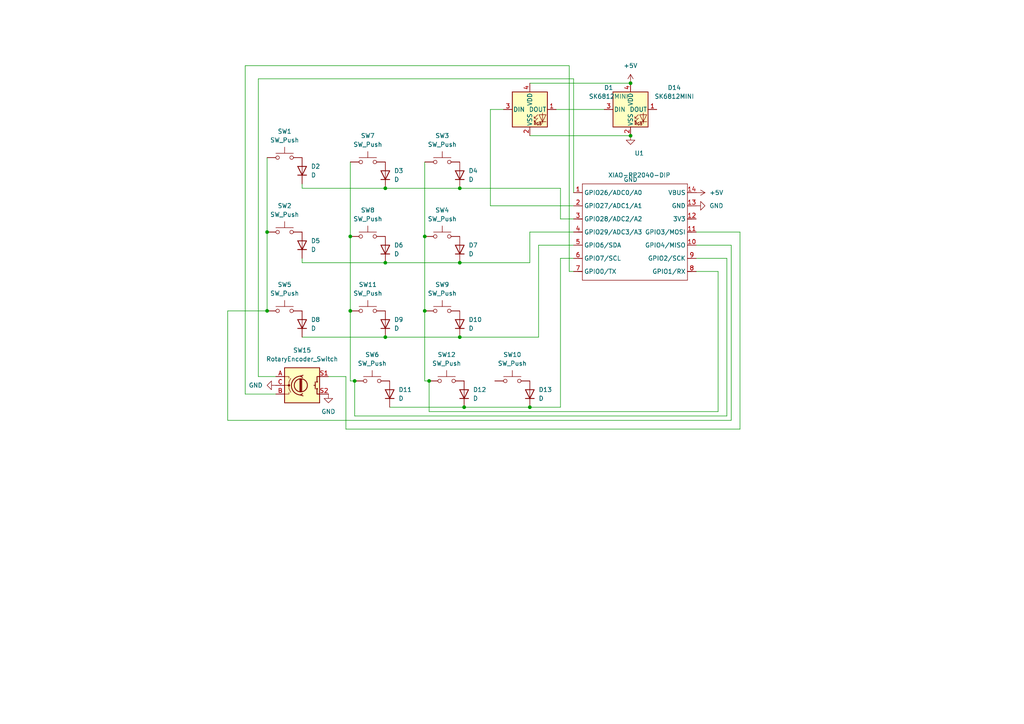
<source format=kicad_sch>
(kicad_sch
	(version 20231120)
	(generator "eeschema")
	(generator_version "8.0")
	(uuid "fd2a8214-c856-41eb-a67a-76db18845581")
	(paper "A4")
	(lib_symbols
		(symbol "Device:D"
			(pin_numbers hide)
			(pin_names
				(offset 1.016) hide)
			(exclude_from_sim no)
			(in_bom yes)
			(on_board yes)
			(property "Reference" "D"
				(at 0 2.54 0)
				(effects
					(font
						(size 1.27 1.27)
					)
				)
			)
			(property "Value" "D"
				(at 0 -2.54 0)
				(effects
					(font
						(size 1.27 1.27)
					)
				)
			)
			(property "Footprint" ""
				(at 0 0 0)
				(effects
					(font
						(size 1.27 1.27)
					)
					(hide yes)
				)
			)
			(property "Datasheet" "~"
				(at 0 0 0)
				(effects
					(font
						(size 1.27 1.27)
					)
					(hide yes)
				)
			)
			(property "Description" "Diode"
				(at 0 0 0)
				(effects
					(font
						(size 1.27 1.27)
					)
					(hide yes)
				)
			)
			(property "Sim.Device" "D"
				(at 0 0 0)
				(effects
					(font
						(size 1.27 1.27)
					)
					(hide yes)
				)
			)
			(property "Sim.Pins" "1=K 2=A"
				(at 0 0 0)
				(effects
					(font
						(size 1.27 1.27)
					)
					(hide yes)
				)
			)
			(property "ki_keywords" "diode"
				(at 0 0 0)
				(effects
					(font
						(size 1.27 1.27)
					)
					(hide yes)
				)
			)
			(property "ki_fp_filters" "TO-???* *_Diode_* *SingleDiode* D_*"
				(at 0 0 0)
				(effects
					(font
						(size 1.27 1.27)
					)
					(hide yes)
				)
			)
			(symbol "D_0_1"
				(polyline
					(pts
						(xy -1.27 1.27) (xy -1.27 -1.27)
					)
					(stroke
						(width 0.254)
						(type default)
					)
					(fill
						(type none)
					)
				)
				(polyline
					(pts
						(xy 1.27 0) (xy -1.27 0)
					)
					(stroke
						(width 0)
						(type default)
					)
					(fill
						(type none)
					)
				)
				(polyline
					(pts
						(xy 1.27 1.27) (xy 1.27 -1.27) (xy -1.27 0) (xy 1.27 1.27)
					)
					(stroke
						(width 0.254)
						(type default)
					)
					(fill
						(type none)
					)
				)
			)
			(symbol "D_1_1"
				(pin passive line
					(at -3.81 0 0)
					(length 2.54)
					(name "K"
						(effects
							(font
								(size 1.27 1.27)
							)
						)
					)
					(number "1"
						(effects
							(font
								(size 1.27 1.27)
							)
						)
					)
				)
				(pin passive line
					(at 3.81 0 180)
					(length 2.54)
					(name "A"
						(effects
							(font
								(size 1.27 1.27)
							)
						)
					)
					(number "2"
						(effects
							(font
								(size 1.27 1.27)
							)
						)
					)
				)
			)
		)
		(symbol "Device:RotaryEncoder_Switch"
			(pin_names
				(offset 0.254) hide)
			(exclude_from_sim no)
			(in_bom yes)
			(on_board yes)
			(property "Reference" "SW"
				(at 0 6.604 0)
				(effects
					(font
						(size 1.27 1.27)
					)
				)
			)
			(property "Value" "RotaryEncoder_Switch"
				(at 0 -6.604 0)
				(effects
					(font
						(size 1.27 1.27)
					)
				)
			)
			(property "Footprint" ""
				(at -3.81 4.064 0)
				(effects
					(font
						(size 1.27 1.27)
					)
					(hide yes)
				)
			)
			(property "Datasheet" "~"
				(at 0 6.604 0)
				(effects
					(font
						(size 1.27 1.27)
					)
					(hide yes)
				)
			)
			(property "Description" "Rotary encoder, dual channel, incremental quadrate outputs, with switch"
				(at 0 0 0)
				(effects
					(font
						(size 1.27 1.27)
					)
					(hide yes)
				)
			)
			(property "ki_keywords" "rotary switch encoder switch push button"
				(at 0 0 0)
				(effects
					(font
						(size 1.27 1.27)
					)
					(hide yes)
				)
			)
			(property "ki_fp_filters" "RotaryEncoder*Switch*"
				(at 0 0 0)
				(effects
					(font
						(size 1.27 1.27)
					)
					(hide yes)
				)
			)
			(symbol "RotaryEncoder_Switch_0_1"
				(rectangle
					(start -5.08 5.08)
					(end 5.08 -5.08)
					(stroke
						(width 0.254)
						(type default)
					)
					(fill
						(type background)
					)
				)
				(circle
					(center -3.81 0)
					(radius 0.254)
					(stroke
						(width 0)
						(type default)
					)
					(fill
						(type outline)
					)
				)
				(circle
					(center -0.381 0)
					(radius 1.905)
					(stroke
						(width 0.254)
						(type default)
					)
					(fill
						(type none)
					)
				)
				(arc
					(start -0.381 2.667)
					(mid -3.0988 -0.0635)
					(end -0.381 -2.794)
					(stroke
						(width 0.254)
						(type default)
					)
					(fill
						(type none)
					)
				)
				(polyline
					(pts
						(xy -0.635 -1.778) (xy -0.635 1.778)
					)
					(stroke
						(width 0.254)
						(type default)
					)
					(fill
						(type none)
					)
				)
				(polyline
					(pts
						(xy -0.381 -1.778) (xy -0.381 1.778)
					)
					(stroke
						(width 0.254)
						(type default)
					)
					(fill
						(type none)
					)
				)
				(polyline
					(pts
						(xy -0.127 1.778) (xy -0.127 -1.778)
					)
					(stroke
						(width 0.254)
						(type default)
					)
					(fill
						(type none)
					)
				)
				(polyline
					(pts
						(xy 3.81 0) (xy 3.429 0)
					)
					(stroke
						(width 0.254)
						(type default)
					)
					(fill
						(type none)
					)
				)
				(polyline
					(pts
						(xy 3.81 1.016) (xy 3.81 -1.016)
					)
					(stroke
						(width 0.254)
						(type default)
					)
					(fill
						(type none)
					)
				)
				(polyline
					(pts
						(xy -5.08 -2.54) (xy -3.81 -2.54) (xy -3.81 -2.032)
					)
					(stroke
						(width 0)
						(type default)
					)
					(fill
						(type none)
					)
				)
				(polyline
					(pts
						(xy -5.08 2.54) (xy -3.81 2.54) (xy -3.81 2.032)
					)
					(stroke
						(width 0)
						(type default)
					)
					(fill
						(type none)
					)
				)
				(polyline
					(pts
						(xy 0.254 -3.048) (xy -0.508 -2.794) (xy 0.127 -2.413)
					)
					(stroke
						(width 0.254)
						(type default)
					)
					(fill
						(type none)
					)
				)
				(polyline
					(pts
						(xy 0.254 2.921) (xy -0.508 2.667) (xy 0.127 2.286)
					)
					(stroke
						(width 0.254)
						(type default)
					)
					(fill
						(type none)
					)
				)
				(polyline
					(pts
						(xy 5.08 -2.54) (xy 4.318 -2.54) (xy 4.318 -1.016)
					)
					(stroke
						(width 0.254)
						(type default)
					)
					(fill
						(type none)
					)
				)
				(polyline
					(pts
						(xy 5.08 2.54) (xy 4.318 2.54) (xy 4.318 1.016)
					)
					(stroke
						(width 0.254)
						(type default)
					)
					(fill
						(type none)
					)
				)
				(polyline
					(pts
						(xy -5.08 0) (xy -3.81 0) (xy -3.81 -1.016) (xy -3.302 -2.032)
					)
					(stroke
						(width 0)
						(type default)
					)
					(fill
						(type none)
					)
				)
				(polyline
					(pts
						(xy -4.318 0) (xy -3.81 0) (xy -3.81 1.016) (xy -3.302 2.032)
					)
					(stroke
						(width 0)
						(type default)
					)
					(fill
						(type none)
					)
				)
				(circle
					(center 4.318 -1.016)
					(radius 0.127)
					(stroke
						(width 0.254)
						(type default)
					)
					(fill
						(type none)
					)
				)
				(circle
					(center 4.318 1.016)
					(radius 0.127)
					(stroke
						(width 0.254)
						(type default)
					)
					(fill
						(type none)
					)
				)
			)
			(symbol "RotaryEncoder_Switch_1_1"
				(pin passive line
					(at -7.62 2.54 0)
					(length 2.54)
					(name "A"
						(effects
							(font
								(size 1.27 1.27)
							)
						)
					)
					(number "A"
						(effects
							(font
								(size 1.27 1.27)
							)
						)
					)
				)
				(pin passive line
					(at -7.62 -2.54 0)
					(length 2.54)
					(name "B"
						(effects
							(font
								(size 1.27 1.27)
							)
						)
					)
					(number "B"
						(effects
							(font
								(size 1.27 1.27)
							)
						)
					)
				)
				(pin passive line
					(at -7.62 0 0)
					(length 2.54)
					(name "C"
						(effects
							(font
								(size 1.27 1.27)
							)
						)
					)
					(number "C"
						(effects
							(font
								(size 1.27 1.27)
							)
						)
					)
				)
				(pin passive line
					(at 7.62 2.54 180)
					(length 2.54)
					(name "S1"
						(effects
							(font
								(size 1.27 1.27)
							)
						)
					)
					(number "S1"
						(effects
							(font
								(size 1.27 1.27)
							)
						)
					)
				)
				(pin passive line
					(at 7.62 -2.54 180)
					(length 2.54)
					(name "S2"
						(effects
							(font
								(size 1.27 1.27)
							)
						)
					)
					(number "S2"
						(effects
							(font
								(size 1.27 1.27)
							)
						)
					)
				)
			)
		)
		(symbol "LED:SK6812MINI"
			(pin_names
				(offset 0.254)
			)
			(exclude_from_sim no)
			(in_bom yes)
			(on_board yes)
			(property "Reference" "D"
				(at 5.08 5.715 0)
				(effects
					(font
						(size 1.27 1.27)
					)
					(justify right bottom)
				)
			)
			(property "Value" "SK6812MINI"
				(at 1.27 -5.715 0)
				(effects
					(font
						(size 1.27 1.27)
					)
					(justify left top)
				)
			)
			(property "Footprint" "LED_SMD:LED_SK6812MINI_PLCC4_3.5x3.5mm_P1.75mm"
				(at 1.27 -7.62 0)
				(effects
					(font
						(size 1.27 1.27)
					)
					(justify left top)
					(hide yes)
				)
			)
			(property "Datasheet" "https://cdn-shop.adafruit.com/product-files/2686/SK6812MINI_REV.01-1-2.pdf"
				(at 2.54 -9.525 0)
				(effects
					(font
						(size 1.27 1.27)
					)
					(justify left top)
					(hide yes)
				)
			)
			(property "Description" "RGB LED with integrated controller"
				(at 0 0 0)
				(effects
					(font
						(size 1.27 1.27)
					)
					(hide yes)
				)
			)
			(property "ki_keywords" "RGB LED NeoPixel Mini addressable"
				(at 0 0 0)
				(effects
					(font
						(size 1.27 1.27)
					)
					(hide yes)
				)
			)
			(property "ki_fp_filters" "LED*SK6812MINI*PLCC*3.5x3.5mm*P1.75mm*"
				(at 0 0 0)
				(effects
					(font
						(size 1.27 1.27)
					)
					(hide yes)
				)
			)
			(symbol "SK6812MINI_0_0"
				(text "RGB"
					(at 2.286 -4.191 0)
					(effects
						(font
							(size 0.762 0.762)
						)
					)
				)
			)
			(symbol "SK6812MINI_0_1"
				(polyline
					(pts
						(xy 1.27 -3.556) (xy 1.778 -3.556)
					)
					(stroke
						(width 0)
						(type default)
					)
					(fill
						(type none)
					)
				)
				(polyline
					(pts
						(xy 1.27 -2.54) (xy 1.778 -2.54)
					)
					(stroke
						(width 0)
						(type default)
					)
					(fill
						(type none)
					)
				)
				(polyline
					(pts
						(xy 4.699 -3.556) (xy 2.667 -3.556)
					)
					(stroke
						(width 0)
						(type default)
					)
					(fill
						(type none)
					)
				)
				(polyline
					(pts
						(xy 2.286 -2.54) (xy 1.27 -3.556) (xy 1.27 -3.048)
					)
					(stroke
						(width 0)
						(type default)
					)
					(fill
						(type none)
					)
				)
				(polyline
					(pts
						(xy 2.286 -1.524) (xy 1.27 -2.54) (xy 1.27 -2.032)
					)
					(stroke
						(width 0)
						(type default)
					)
					(fill
						(type none)
					)
				)
				(polyline
					(pts
						(xy 3.683 -1.016) (xy 3.683 -3.556) (xy 3.683 -4.064)
					)
					(stroke
						(width 0)
						(type default)
					)
					(fill
						(type none)
					)
				)
				(polyline
					(pts
						(xy 4.699 -1.524) (xy 2.667 -1.524) (xy 3.683 -3.556) (xy 4.699 -1.524)
					)
					(stroke
						(width 0)
						(type default)
					)
					(fill
						(type none)
					)
				)
				(rectangle
					(start 5.08 5.08)
					(end -5.08 -5.08)
					(stroke
						(width 0.254)
						(type default)
					)
					(fill
						(type background)
					)
				)
			)
			(symbol "SK6812MINI_1_1"
				(pin output line
					(at 7.62 0 180)
					(length 2.54)
					(name "DOUT"
						(effects
							(font
								(size 1.27 1.27)
							)
						)
					)
					(number "1"
						(effects
							(font
								(size 1.27 1.27)
							)
						)
					)
				)
				(pin power_in line
					(at 0 -7.62 90)
					(length 2.54)
					(name "VSS"
						(effects
							(font
								(size 1.27 1.27)
							)
						)
					)
					(number "2"
						(effects
							(font
								(size 1.27 1.27)
							)
						)
					)
				)
				(pin input line
					(at -7.62 0 0)
					(length 2.54)
					(name "DIN"
						(effects
							(font
								(size 1.27 1.27)
							)
						)
					)
					(number "3"
						(effects
							(font
								(size 1.27 1.27)
							)
						)
					)
				)
				(pin power_in line
					(at 0 7.62 270)
					(length 2.54)
					(name "VDD"
						(effects
							(font
								(size 1.27 1.27)
							)
						)
					)
					(number "4"
						(effects
							(font
								(size 1.27 1.27)
							)
						)
					)
				)
			)
		)
		(symbol "Switch:SW_Push"
			(pin_numbers hide)
			(pin_names
				(offset 1.016) hide)
			(exclude_from_sim no)
			(in_bom yes)
			(on_board yes)
			(property "Reference" "SW"
				(at 1.27 2.54 0)
				(effects
					(font
						(size 1.27 1.27)
					)
					(justify left)
				)
			)
			(property "Value" "SW_Push"
				(at 0 -1.524 0)
				(effects
					(font
						(size 1.27 1.27)
					)
				)
			)
			(property "Footprint" ""
				(at 0 5.08 0)
				(effects
					(font
						(size 1.27 1.27)
					)
					(hide yes)
				)
			)
			(property "Datasheet" "~"
				(at 0 5.08 0)
				(effects
					(font
						(size 1.27 1.27)
					)
					(hide yes)
				)
			)
			(property "Description" "Push button switch, generic, two pins"
				(at 0 0 0)
				(effects
					(font
						(size 1.27 1.27)
					)
					(hide yes)
				)
			)
			(property "ki_keywords" "switch normally-open pushbutton push-button"
				(at 0 0 0)
				(effects
					(font
						(size 1.27 1.27)
					)
					(hide yes)
				)
			)
			(symbol "SW_Push_0_1"
				(circle
					(center -2.032 0)
					(radius 0.508)
					(stroke
						(width 0)
						(type default)
					)
					(fill
						(type none)
					)
				)
				(polyline
					(pts
						(xy 0 1.27) (xy 0 3.048)
					)
					(stroke
						(width 0)
						(type default)
					)
					(fill
						(type none)
					)
				)
				(polyline
					(pts
						(xy 2.54 1.27) (xy -2.54 1.27)
					)
					(stroke
						(width 0)
						(type default)
					)
					(fill
						(type none)
					)
				)
				(circle
					(center 2.032 0)
					(radius 0.508)
					(stroke
						(width 0)
						(type default)
					)
					(fill
						(type none)
					)
				)
				(pin passive line
					(at -5.08 0 0)
					(length 2.54)
					(name "1"
						(effects
							(font
								(size 1.27 1.27)
							)
						)
					)
					(number "1"
						(effects
							(font
								(size 1.27 1.27)
							)
						)
					)
				)
				(pin passive line
					(at 5.08 0 180)
					(length 2.54)
					(name "2"
						(effects
							(font
								(size 1.27 1.27)
							)
						)
					)
					(number "2"
						(effects
							(font
								(size 1.27 1.27)
							)
						)
					)
				)
			)
		)
		(symbol "libturtle:XIAO-RP2040-DIP"
			(exclude_from_sim no)
			(in_bom yes)
			(on_board yes)
			(property "Reference" "U"
				(at 0 0 0)
				(effects
					(font
						(size 1.27 1.27)
					)
				)
			)
			(property "Value" "XIAO-RP2040-DIP"
				(at 5.334 -1.778 0)
				(effects
					(font
						(size 1.27 1.27)
					)
				)
			)
			(property "Footprint" "Module:MOUDLE14P-XIAO-DIP-SMD"
				(at 14.478 -32.258 0)
				(effects
					(font
						(size 1.27 1.27)
					)
					(hide yes)
				)
			)
			(property "Datasheet" ""
				(at 0 0 0)
				(effects
					(font
						(size 1.27 1.27)
					)
					(hide yes)
				)
			)
			(property "Description" ""
				(at 0 0 0)
				(effects
					(font
						(size 1.27 1.27)
					)
					(hide yes)
				)
			)
			(symbol "XIAO-RP2040-DIP_1_0"
				(polyline
					(pts
						(xy -1.27 -30.48) (xy -1.27 -16.51)
					)
					(stroke
						(width 0.1524)
						(type solid)
					)
					(fill
						(type none)
					)
				)
				(polyline
					(pts
						(xy -1.27 -27.94) (xy -2.54 -27.94)
					)
					(stroke
						(width 0.1524)
						(type solid)
					)
					(fill
						(type none)
					)
				)
				(polyline
					(pts
						(xy -1.27 -24.13) (xy -2.54 -24.13)
					)
					(stroke
						(width 0.1524)
						(type solid)
					)
					(fill
						(type none)
					)
				)
				(polyline
					(pts
						(xy -1.27 -20.32) (xy -2.54 -20.32)
					)
					(stroke
						(width 0.1524)
						(type solid)
					)
					(fill
						(type none)
					)
				)
				(polyline
					(pts
						(xy -1.27 -16.51) (xy -2.54 -16.51)
					)
					(stroke
						(width 0.1524)
						(type solid)
					)
					(fill
						(type none)
					)
				)
				(polyline
					(pts
						(xy -1.27 -16.51) (xy -1.27 -12.7)
					)
					(stroke
						(width 0.1524)
						(type solid)
					)
					(fill
						(type none)
					)
				)
				(polyline
					(pts
						(xy -1.27 -12.7) (xy -2.54 -12.7)
					)
					(stroke
						(width 0.1524)
						(type solid)
					)
					(fill
						(type none)
					)
				)
				(polyline
					(pts
						(xy -1.27 -12.7) (xy -1.27 -8.89)
					)
					(stroke
						(width 0.1524)
						(type solid)
					)
					(fill
						(type none)
					)
				)
				(polyline
					(pts
						(xy -1.27 -8.89) (xy -2.54 -8.89)
					)
					(stroke
						(width 0.1524)
						(type solid)
					)
					(fill
						(type none)
					)
				)
				(polyline
					(pts
						(xy -1.27 -8.89) (xy -1.27 -5.08)
					)
					(stroke
						(width 0.1524)
						(type solid)
					)
					(fill
						(type none)
					)
				)
				(polyline
					(pts
						(xy -1.27 -5.08) (xy -2.54 -5.08)
					)
					(stroke
						(width 0.1524)
						(type solid)
					)
					(fill
						(type none)
					)
				)
				(polyline
					(pts
						(xy -1.27 -5.08) (xy -1.27 -2.54)
					)
					(stroke
						(width 0.1524)
						(type solid)
					)
					(fill
						(type none)
					)
				)
				(polyline
					(pts
						(xy -1.27 -2.54) (xy 29.21 -2.54)
					)
					(stroke
						(width 0.1524)
						(type solid)
					)
					(fill
						(type none)
					)
				)
				(polyline
					(pts
						(xy 29.21 -30.48) (xy -1.27 -30.48)
					)
					(stroke
						(width 0.1524)
						(type solid)
					)
					(fill
						(type none)
					)
				)
				(polyline
					(pts
						(xy 29.21 -12.7) (xy 29.21 -30.48)
					)
					(stroke
						(width 0.1524)
						(type solid)
					)
					(fill
						(type none)
					)
				)
				(polyline
					(pts
						(xy 29.21 -8.89) (xy 29.21 -12.7)
					)
					(stroke
						(width 0.1524)
						(type solid)
					)
					(fill
						(type none)
					)
				)
				(polyline
					(pts
						(xy 29.21 -5.08) (xy 29.21 -8.89)
					)
					(stroke
						(width 0.1524)
						(type solid)
					)
					(fill
						(type none)
					)
				)
				(polyline
					(pts
						(xy 29.21 -2.54) (xy 29.21 -5.08)
					)
					(stroke
						(width 0.1524)
						(type solid)
					)
					(fill
						(type none)
					)
				)
				(polyline
					(pts
						(xy 30.48 -27.94) (xy 29.21 -27.94)
					)
					(stroke
						(width 0.1524)
						(type solid)
					)
					(fill
						(type none)
					)
				)
				(polyline
					(pts
						(xy 30.48 -24.13) (xy 29.21 -24.13)
					)
					(stroke
						(width 0.1524)
						(type solid)
					)
					(fill
						(type none)
					)
				)
				(polyline
					(pts
						(xy 30.48 -20.32) (xy 29.21 -20.32)
					)
					(stroke
						(width 0.1524)
						(type solid)
					)
					(fill
						(type none)
					)
				)
				(polyline
					(pts
						(xy 30.48 -16.51) (xy 29.21 -16.51)
					)
					(stroke
						(width 0.1524)
						(type solid)
					)
					(fill
						(type none)
					)
				)
				(polyline
					(pts
						(xy 30.48 -12.7) (xy 29.21 -12.7)
					)
					(stroke
						(width 0.1524)
						(type solid)
					)
					(fill
						(type none)
					)
				)
				(polyline
					(pts
						(xy 30.48 -8.89) (xy 29.21 -8.89)
					)
					(stroke
						(width 0.1524)
						(type solid)
					)
					(fill
						(type none)
					)
				)
				(polyline
					(pts
						(xy 30.48 -5.08) (xy 29.21 -5.08)
					)
					(stroke
						(width 0.1524)
						(type solid)
					)
					(fill
						(type none)
					)
				)
				(pin passive line
					(at -3.81 -5.08 0)
					(length 2.54)
					(name "GPIO26/ADC0/A0"
						(effects
							(font
								(size 1.27 1.27)
							)
						)
					)
					(number "1"
						(effects
							(font
								(size 1.27 1.27)
							)
						)
					)
				)
				(pin passive line
					(at 31.75 -20.32 180)
					(length 2.54)
					(name "GPIO4/MISO"
						(effects
							(font
								(size 1.27 1.27)
							)
						)
					)
					(number "10"
						(effects
							(font
								(size 1.27 1.27)
							)
						)
					)
				)
				(pin passive line
					(at 31.75 -16.51 180)
					(length 2.54)
					(name "GPIO3/MOSI"
						(effects
							(font
								(size 1.27 1.27)
							)
						)
					)
					(number "11"
						(effects
							(font
								(size 1.27 1.27)
							)
						)
					)
				)
				(pin passive line
					(at 31.75 -12.7 180)
					(length 2.54)
					(name "3V3"
						(effects
							(font
								(size 1.27 1.27)
							)
						)
					)
					(number "12"
						(effects
							(font
								(size 1.27 1.27)
							)
						)
					)
				)
				(pin passive line
					(at 31.75 -8.89 180)
					(length 2.54)
					(name "GND"
						(effects
							(font
								(size 1.27 1.27)
							)
						)
					)
					(number "13"
						(effects
							(font
								(size 1.27 1.27)
							)
						)
					)
				)
				(pin passive line
					(at 31.75 -5.08 180)
					(length 2.54)
					(name "VBUS"
						(effects
							(font
								(size 1.27 1.27)
							)
						)
					)
					(number "14"
						(effects
							(font
								(size 1.27 1.27)
							)
						)
					)
				)
				(pin passive line
					(at -3.81 -8.89 0)
					(length 2.54)
					(name "GPIO27/ADC1/A1"
						(effects
							(font
								(size 1.27 1.27)
							)
						)
					)
					(number "2"
						(effects
							(font
								(size 1.27 1.27)
							)
						)
					)
				)
				(pin passive line
					(at -3.81 -12.7 0)
					(length 2.54)
					(name "GPIO28/ADC2/A2"
						(effects
							(font
								(size 1.27 1.27)
							)
						)
					)
					(number "3"
						(effects
							(font
								(size 1.27 1.27)
							)
						)
					)
				)
				(pin passive line
					(at -3.81 -16.51 0)
					(length 2.54)
					(name "GPIO29/ADC3/A3"
						(effects
							(font
								(size 1.27 1.27)
							)
						)
					)
					(number "4"
						(effects
							(font
								(size 1.27 1.27)
							)
						)
					)
				)
				(pin passive line
					(at -3.81 -20.32 0)
					(length 2.54)
					(name "GPIO6/SDA"
						(effects
							(font
								(size 1.27 1.27)
							)
						)
					)
					(number "5"
						(effects
							(font
								(size 1.27 1.27)
							)
						)
					)
				)
				(pin passive line
					(at -3.81 -24.13 0)
					(length 2.54)
					(name "GPIO7/SCL"
						(effects
							(font
								(size 1.27 1.27)
							)
						)
					)
					(number "6"
						(effects
							(font
								(size 1.27 1.27)
							)
						)
					)
				)
				(pin passive line
					(at -3.81 -27.94 0)
					(length 2.54)
					(name "GPIO0/TX"
						(effects
							(font
								(size 1.27 1.27)
							)
						)
					)
					(number "7"
						(effects
							(font
								(size 1.27 1.27)
							)
						)
					)
				)
				(pin passive line
					(at 31.75 -27.94 180)
					(length 2.54)
					(name "GPIO1/RX"
						(effects
							(font
								(size 1.27 1.27)
							)
						)
					)
					(number "8"
						(effects
							(font
								(size 1.27 1.27)
							)
						)
					)
				)
				(pin passive line
					(at 31.75 -24.13 180)
					(length 2.54)
					(name "GPIO2/SCK"
						(effects
							(font
								(size 1.27 1.27)
							)
						)
					)
					(number "9"
						(effects
							(font
								(size 1.27 1.27)
							)
						)
					)
				)
			)
		)
		(symbol "power:+5V"
			(power)
			(pin_numbers hide)
			(pin_names
				(offset 0) hide)
			(exclude_from_sim no)
			(in_bom yes)
			(on_board yes)
			(property "Reference" "#PWR"
				(at 0 -3.81 0)
				(effects
					(font
						(size 1.27 1.27)
					)
					(hide yes)
				)
			)
			(property "Value" "+5V"
				(at 0 3.556 0)
				(effects
					(font
						(size 1.27 1.27)
					)
				)
			)
			(property "Footprint" ""
				(at 0 0 0)
				(effects
					(font
						(size 1.27 1.27)
					)
					(hide yes)
				)
			)
			(property "Datasheet" ""
				(at 0 0 0)
				(effects
					(font
						(size 1.27 1.27)
					)
					(hide yes)
				)
			)
			(property "Description" "Power symbol creates a global label with name \"+5V\""
				(at 0 0 0)
				(effects
					(font
						(size 1.27 1.27)
					)
					(hide yes)
				)
			)
			(property "ki_keywords" "global power"
				(at 0 0 0)
				(effects
					(font
						(size 1.27 1.27)
					)
					(hide yes)
				)
			)
			(symbol "+5V_0_1"
				(polyline
					(pts
						(xy -0.762 1.27) (xy 0 2.54)
					)
					(stroke
						(width 0)
						(type default)
					)
					(fill
						(type none)
					)
				)
				(polyline
					(pts
						(xy 0 0) (xy 0 2.54)
					)
					(stroke
						(width 0)
						(type default)
					)
					(fill
						(type none)
					)
				)
				(polyline
					(pts
						(xy 0 2.54) (xy 0.762 1.27)
					)
					(stroke
						(width 0)
						(type default)
					)
					(fill
						(type none)
					)
				)
			)
			(symbol "+5V_1_1"
				(pin power_in line
					(at 0 0 90)
					(length 0)
					(name "~"
						(effects
							(font
								(size 1.27 1.27)
							)
						)
					)
					(number "1"
						(effects
							(font
								(size 1.27 1.27)
							)
						)
					)
				)
			)
		)
		(symbol "power:GND"
			(power)
			(pin_numbers hide)
			(pin_names
				(offset 0) hide)
			(exclude_from_sim no)
			(in_bom yes)
			(on_board yes)
			(property "Reference" "#PWR"
				(at 0 -6.35 0)
				(effects
					(font
						(size 1.27 1.27)
					)
					(hide yes)
				)
			)
			(property "Value" "GND"
				(at 0 -3.81 0)
				(effects
					(font
						(size 1.27 1.27)
					)
				)
			)
			(property "Footprint" ""
				(at 0 0 0)
				(effects
					(font
						(size 1.27 1.27)
					)
					(hide yes)
				)
			)
			(property "Datasheet" ""
				(at 0 0 0)
				(effects
					(font
						(size 1.27 1.27)
					)
					(hide yes)
				)
			)
			(property "Description" "Power symbol creates a global label with name \"GND\" , ground"
				(at 0 0 0)
				(effects
					(font
						(size 1.27 1.27)
					)
					(hide yes)
				)
			)
			(property "ki_keywords" "global power"
				(at 0 0 0)
				(effects
					(font
						(size 1.27 1.27)
					)
					(hide yes)
				)
			)
			(symbol "GND_0_1"
				(polyline
					(pts
						(xy 0 0) (xy 0 -1.27) (xy 1.27 -1.27) (xy 0 -2.54) (xy -1.27 -1.27) (xy 0 -1.27)
					)
					(stroke
						(width 0)
						(type default)
					)
					(fill
						(type none)
					)
				)
			)
			(symbol "GND_1_1"
				(pin power_in line
					(at 0 0 270)
					(length 0)
					(name "~"
						(effects
							(font
								(size 1.27 1.27)
							)
						)
					)
					(number "1"
						(effects
							(font
								(size 1.27 1.27)
							)
						)
					)
				)
			)
		)
	)
	(junction
		(at 133.35 76.2)
		(diameter 0)
		(color 0 0 0 0)
		(uuid "2e109070-7e9b-42bb-807e-06daddfa7e86")
	)
	(junction
		(at 77.47 90.17)
		(diameter 0)
		(color 0 0 0 0)
		(uuid "359323d9-1e82-41fd-a97c-3cbd8d8807ce")
	)
	(junction
		(at 111.76 54.61)
		(diameter 0)
		(color 0 0 0 0)
		(uuid "3e168896-8239-4789-b70d-3138aaf0ce4f")
	)
	(junction
		(at 182.88 39.37)
		(diameter 0)
		(color 0 0 0 0)
		(uuid "48b8ec2a-96ae-4689-b972-ae87cabe7d97")
	)
	(junction
		(at 133.35 97.79)
		(diameter 0)
		(color 0 0 0 0)
		(uuid "4cc272b9-e9a0-44d8-a9d2-2a75035fc034")
	)
	(junction
		(at 153.67 118.11)
		(diameter 0)
		(color 0 0 0 0)
		(uuid "509b612c-078e-4642-ae53-4de206f1a31a")
	)
	(junction
		(at 134.62 118.11)
		(diameter 0)
		(color 0 0 0 0)
		(uuid "522b8cc2-f14c-4b56-8ca3-0a7b0413aee6")
	)
	(junction
		(at 124.46 110.49)
		(diameter 0)
		(color 0 0 0 0)
		(uuid "571cb11e-1e58-4eec-8550-8acb8fca1001")
	)
	(junction
		(at 111.76 76.2)
		(diameter 0)
		(color 0 0 0 0)
		(uuid "6397fff0-086d-4e0c-9e89-4bfd4c2c5d22")
	)
	(junction
		(at 77.47 67.31)
		(diameter 0)
		(color 0 0 0 0)
		(uuid "64834a37-6f51-4262-88f9-fd22d6d9924d")
	)
	(junction
		(at 102.87 110.49)
		(diameter 0)
		(color 0 0 0 0)
		(uuid "69a79092-9095-42e9-b3bb-50700ffec30f")
	)
	(junction
		(at 133.35 54.61)
		(diameter 0)
		(color 0 0 0 0)
		(uuid "7738ff61-b037-4454-b7b9-15173901ec68")
	)
	(junction
		(at 101.6 68.58)
		(diameter 0)
		(color 0 0 0 0)
		(uuid "9e08997c-66c2-43d7-9b36-fb18064e5851")
	)
	(junction
		(at 123.19 68.58)
		(diameter 0)
		(color 0 0 0 0)
		(uuid "aa0a9d21-69e3-426f-9a83-73eb41492e15")
	)
	(junction
		(at 123.19 90.17)
		(diameter 0)
		(color 0 0 0 0)
		(uuid "c436e3f6-8e91-4366-97d8-b04a6be153a0")
	)
	(junction
		(at 111.76 97.79)
		(diameter 0)
		(color 0 0 0 0)
		(uuid "c8e530ef-7fc4-486e-8db7-685da00b3e98")
	)
	(junction
		(at 182.88 24.13)
		(diameter 0)
		(color 0 0 0 0)
		(uuid "e8943024-baba-4f95-a841-11a4864b938d")
	)
	(junction
		(at 101.6 90.17)
		(diameter 0)
		(color 0 0 0 0)
		(uuid "ee63dca8-58ec-46af-8a35-0a57712a763b")
	)
	(wire
		(pts
			(xy 208.28 78.74) (xy 201.93 78.74)
		)
		(stroke
			(width 0)
			(type default)
		)
		(uuid "00214219-e496-4784-81de-7124b95303dd")
	)
	(wire
		(pts
			(xy 74.93 22.86) (xy 166.37 22.86)
		)
		(stroke
			(width 0)
			(type default)
		)
		(uuid "046b9d6f-5530-4e33-b046-2f7006142b95")
	)
	(wire
		(pts
			(xy 153.67 24.13) (xy 182.88 24.13)
		)
		(stroke
			(width 0)
			(type default)
		)
		(uuid "04ebe7af-c0d4-41dc-974d-742c07b38b8c")
	)
	(wire
		(pts
			(xy 71.12 19.05) (xy 165.1 19.05)
		)
		(stroke
			(width 0)
			(type default)
		)
		(uuid "0a4a202f-fc19-4598-a10a-9461b59fe5cf")
	)
	(wire
		(pts
			(xy 162.56 63.5) (xy 166.37 63.5)
		)
		(stroke
			(width 0)
			(type default)
		)
		(uuid "0b570bb9-5478-4fd5-8d42-fe8f0be2b5a1")
	)
	(wire
		(pts
			(xy 101.6 68.58) (xy 101.6 90.17)
		)
		(stroke
			(width 0)
			(type default)
		)
		(uuid "115d73de-f7eb-4bc6-b8c4-6fc0568abbc5")
	)
	(wire
		(pts
			(xy 156.21 71.12) (xy 166.37 71.12)
		)
		(stroke
			(width 0)
			(type default)
		)
		(uuid "153ff292-0001-417e-914d-22d8ca0d9dad")
	)
	(wire
		(pts
			(xy 162.56 118.11) (xy 162.56 74.93)
		)
		(stroke
			(width 0)
			(type default)
		)
		(uuid "17ee4e2e-2bbf-46ec-99aa-21b60b010794")
	)
	(wire
		(pts
			(xy 214.63 124.46) (xy 214.63 67.31)
		)
		(stroke
			(width 0)
			(type default)
		)
		(uuid "1bbe4674-b873-4702-8d10-3abd801cc036")
	)
	(wire
		(pts
			(xy 102.87 120.65) (xy 210.82 120.65)
		)
		(stroke
			(width 0)
			(type default)
		)
		(uuid "1c17e630-41cd-4d8c-aa74-ed4d248478ce")
	)
	(wire
		(pts
			(xy 87.63 76.2) (xy 111.76 76.2)
		)
		(stroke
			(width 0)
			(type default)
		)
		(uuid "1fba09b5-926d-4ed9-b15f-a770d197a0a8")
	)
	(wire
		(pts
			(xy 77.47 45.72) (xy 77.47 67.31)
		)
		(stroke
			(width 0)
			(type default)
		)
		(uuid "2580dbd3-5150-40f5-b982-d2a4a4c4d7d8")
	)
	(wire
		(pts
			(xy 153.67 76.2) (xy 153.67 67.31)
		)
		(stroke
			(width 0)
			(type default)
		)
		(uuid "267b2505-c390-4bc6-bbff-aea437509d2a")
	)
	(wire
		(pts
			(xy 123.19 110.49) (xy 124.46 110.49)
		)
		(stroke
			(width 0)
			(type default)
		)
		(uuid "2b7a33f4-ef81-4e38-a0ad-7eb8e8c42576")
	)
	(wire
		(pts
			(xy 95.25 109.22) (xy 100.33 109.22)
		)
		(stroke
			(width 0)
			(type default)
		)
		(uuid "33a32783-9931-4d29-8f65-c534ab012d21")
	)
	(wire
		(pts
			(xy 208.28 119.38) (xy 208.28 78.74)
		)
		(stroke
			(width 0)
			(type default)
		)
		(uuid "37d678c7-5417-43ca-8a60-ddd55d29490e")
	)
	(wire
		(pts
			(xy 210.82 120.65) (xy 210.82 74.93)
		)
		(stroke
			(width 0)
			(type default)
		)
		(uuid "3aa061a6-803e-49f6-b838-99a0ef8dfc29")
	)
	(wire
		(pts
			(xy 212.09 121.92) (xy 212.09 71.12)
		)
		(stroke
			(width 0)
			(type default)
		)
		(uuid "407d4fa5-1c86-459f-b409-138820b2c31f")
	)
	(wire
		(pts
			(xy 165.1 78.74) (xy 166.37 78.74)
		)
		(stroke
			(width 0)
			(type default)
		)
		(uuid "418b070b-8426-4c81-b183-f7fbbaa256be")
	)
	(wire
		(pts
			(xy 87.63 54.61) (xy 111.76 54.61)
		)
		(stroke
			(width 0)
			(type default)
		)
		(uuid "461afbec-dd53-463e-8741-f8ba616498b3")
	)
	(wire
		(pts
			(xy 113.03 118.11) (xy 134.62 118.11)
		)
		(stroke
			(width 0)
			(type default)
		)
		(uuid "467cdee6-783a-4009-8747-5d898bc10f53")
	)
	(wire
		(pts
			(xy 210.82 74.93) (xy 201.93 74.93)
		)
		(stroke
			(width 0)
			(type default)
		)
		(uuid "50618acd-d5c3-4227-bc62-c81e724eff66")
	)
	(wire
		(pts
			(xy 111.76 54.61) (xy 133.35 54.61)
		)
		(stroke
			(width 0)
			(type default)
		)
		(uuid "5a86d669-0f24-41ab-ad74-2d60cf5b093d")
	)
	(wire
		(pts
			(xy 111.76 97.79) (xy 133.35 97.79)
		)
		(stroke
			(width 0)
			(type default)
		)
		(uuid "5d7fa080-4714-4c59-838b-6c211ff6125f")
	)
	(wire
		(pts
			(xy 133.35 54.61) (xy 162.56 54.61)
		)
		(stroke
			(width 0)
			(type default)
		)
		(uuid "60102fe0-9420-4982-9ecd-9ce488181e60")
	)
	(wire
		(pts
			(xy 162.56 54.61) (xy 162.56 63.5)
		)
		(stroke
			(width 0)
			(type default)
		)
		(uuid "641fcce8-038a-4b3b-b440-e92ea9aa07fe")
	)
	(wire
		(pts
			(xy 102.87 110.49) (xy 102.87 120.65)
		)
		(stroke
			(width 0)
			(type default)
		)
		(uuid "65f6714a-6b47-4451-8b91-431331be3b50")
	)
	(wire
		(pts
			(xy 80.01 114.3) (xy 71.12 114.3)
		)
		(stroke
			(width 0)
			(type default)
		)
		(uuid "68027382-895d-415f-ba2d-87773c527e40")
	)
	(wire
		(pts
			(xy 80.01 109.22) (xy 74.93 109.22)
		)
		(stroke
			(width 0)
			(type default)
		)
		(uuid "6f3c83d8-06e7-40d1-8e0a-6a5190a294b7")
	)
	(wire
		(pts
			(xy 101.6 46.99) (xy 101.6 68.58)
		)
		(stroke
			(width 0)
			(type default)
		)
		(uuid "7d7691b8-0a45-40ad-894e-26c8ce7ea423")
	)
	(wire
		(pts
			(xy 123.19 46.99) (xy 123.19 68.58)
		)
		(stroke
			(width 0)
			(type default)
		)
		(uuid "7f6ed906-b4b2-49f9-b414-b66a0d295940")
	)
	(wire
		(pts
			(xy 133.35 97.79) (xy 156.21 97.79)
		)
		(stroke
			(width 0)
			(type default)
		)
		(uuid "83522dd4-2f06-4a45-93f0-253f525a51c7")
	)
	(wire
		(pts
			(xy 77.47 67.31) (xy 77.47 90.17)
		)
		(stroke
			(width 0)
			(type default)
		)
		(uuid "8c921574-475b-48bc-8719-1a2f87e3edba")
	)
	(wire
		(pts
			(xy 161.29 31.75) (xy 175.26 31.75)
		)
		(stroke
			(width 0)
			(type default)
		)
		(uuid "8cab2627-c829-4e48-ad9d-0ef15997aee9")
	)
	(wire
		(pts
			(xy 124.46 110.49) (xy 124.46 119.38)
		)
		(stroke
			(width 0)
			(type default)
		)
		(uuid "8f0decf4-d3a1-4b8c-8643-83674c2600be")
	)
	(wire
		(pts
			(xy 162.56 74.93) (xy 166.37 74.93)
		)
		(stroke
			(width 0)
			(type default)
		)
		(uuid "94265407-a507-46e6-9f16-1e63f7b12d15")
	)
	(wire
		(pts
			(xy 133.35 76.2) (xy 153.67 76.2)
		)
		(stroke
			(width 0)
			(type default)
		)
		(uuid "97d55aad-c3cd-42c4-8799-c9f5cec4cbbb")
	)
	(wire
		(pts
			(xy 77.47 90.17) (xy 66.04 90.17)
		)
		(stroke
			(width 0)
			(type default)
		)
		(uuid "9ba71bf0-c823-4eda-abc9-1e07bac1c53d")
	)
	(wire
		(pts
			(xy 74.93 109.22) (xy 74.93 22.86)
		)
		(stroke
			(width 0)
			(type default)
		)
		(uuid "9d8b9899-6cb6-49cd-958d-d291a0d58ce9")
	)
	(wire
		(pts
			(xy 124.46 119.38) (xy 208.28 119.38)
		)
		(stroke
			(width 0)
			(type default)
		)
		(uuid "a6f65726-5392-4d31-8919-61b48a648fbf")
	)
	(wire
		(pts
			(xy 87.63 53.34) (xy 87.63 54.61)
		)
		(stroke
			(width 0)
			(type default)
		)
		(uuid "aaeedd2d-1663-4dcf-b510-f3b88ef5f5bb")
	)
	(wire
		(pts
			(xy 153.67 39.37) (xy 182.88 39.37)
		)
		(stroke
			(width 0)
			(type default)
		)
		(uuid "aca3bee4-2e1f-419a-9930-afb206f97aa9")
	)
	(wire
		(pts
			(xy 142.24 31.75) (xy 142.24 59.69)
		)
		(stroke
			(width 0)
			(type default)
		)
		(uuid "b5705327-a44c-4848-a9a3-37b3500df4cf")
	)
	(wire
		(pts
			(xy 101.6 110.49) (xy 102.87 110.49)
		)
		(stroke
			(width 0)
			(type default)
		)
		(uuid "bc0d4bfb-85d7-41ea-8e21-db4a0aa73502")
	)
	(wire
		(pts
			(xy 146.05 31.75) (xy 142.24 31.75)
		)
		(stroke
			(width 0)
			(type default)
		)
		(uuid "c19be71a-3fcd-4c81-baba-8c08e3e84c55")
	)
	(wire
		(pts
			(xy 111.76 76.2) (xy 133.35 76.2)
		)
		(stroke
			(width 0)
			(type default)
		)
		(uuid "c27303f1-28cf-4621-8462-53aad40e9248")
	)
	(wire
		(pts
			(xy 165.1 19.05) (xy 165.1 78.74)
		)
		(stroke
			(width 0)
			(type default)
		)
		(uuid "c285c49f-f75e-4e6b-840f-8f3755b56867")
	)
	(wire
		(pts
			(xy 214.63 67.31) (xy 201.93 67.31)
		)
		(stroke
			(width 0)
			(type default)
		)
		(uuid "c64c379f-cec3-493c-b2a4-f14ae94f42b4")
	)
	(wire
		(pts
			(xy 66.04 90.17) (xy 66.04 121.92)
		)
		(stroke
			(width 0)
			(type default)
		)
		(uuid "c66e97a1-e1f7-4e6f-af26-f96a46e64266")
	)
	(wire
		(pts
			(xy 166.37 22.86) (xy 166.37 55.88)
		)
		(stroke
			(width 0)
			(type default)
		)
		(uuid "c9d9b473-070c-494e-97c5-9b326a2465a3")
	)
	(wire
		(pts
			(xy 66.04 121.92) (xy 212.09 121.92)
		)
		(stroke
			(width 0)
			(type default)
		)
		(uuid "cab65df4-1efa-4682-a08c-34a30eae36d8")
	)
	(wire
		(pts
			(xy 153.67 118.11) (xy 162.56 118.11)
		)
		(stroke
			(width 0)
			(type default)
		)
		(uuid "cf2dd112-5c34-4d12-a175-babc111b689f")
	)
	(wire
		(pts
			(xy 134.62 118.11) (xy 153.67 118.11)
		)
		(stroke
			(width 0)
			(type default)
		)
		(uuid "d11982ba-38bb-4596-b57b-4f5b692c82fa")
	)
	(wire
		(pts
			(xy 156.21 97.79) (xy 156.21 71.12)
		)
		(stroke
			(width 0)
			(type default)
		)
		(uuid "d3d878df-cba9-47d5-8f69-31b439353695")
	)
	(wire
		(pts
			(xy 123.19 90.17) (xy 123.19 110.49)
		)
		(stroke
			(width 0)
			(type default)
		)
		(uuid "d7f96899-7179-4543-972e-f911ff567e1a")
	)
	(wire
		(pts
			(xy 87.63 97.79) (xy 111.76 97.79)
		)
		(stroke
			(width 0)
			(type default)
		)
		(uuid "da375ef0-389c-4319-8368-c6f9b05b60f3")
	)
	(wire
		(pts
			(xy 142.24 59.69) (xy 166.37 59.69)
		)
		(stroke
			(width 0)
			(type default)
		)
		(uuid "db6dbf64-df08-46a4-be43-d36a2870cb5f")
	)
	(wire
		(pts
			(xy 153.67 67.31) (xy 166.37 67.31)
		)
		(stroke
			(width 0)
			(type default)
		)
		(uuid "dc3539ce-62ad-4180-bb71-97c92171405f")
	)
	(wire
		(pts
			(xy 100.33 124.46) (xy 214.63 124.46)
		)
		(stroke
			(width 0)
			(type default)
		)
		(uuid "dda269e3-3560-4419-933a-b4933bfbdd61")
	)
	(wire
		(pts
			(xy 100.33 109.22) (xy 100.33 124.46)
		)
		(stroke
			(width 0)
			(type default)
		)
		(uuid "e0b1c099-2c52-417c-b4bd-091abe452591")
	)
	(wire
		(pts
			(xy 212.09 71.12) (xy 201.93 71.12)
		)
		(stroke
			(width 0)
			(type default)
		)
		(uuid "edc596a4-ca0a-408a-acd9-66e7f01212d4")
	)
	(wire
		(pts
			(xy 101.6 90.17) (xy 101.6 110.49)
		)
		(stroke
			(width 0)
			(type default)
		)
		(uuid "f02e1228-42ad-4fe4-89bd-a2403ca17877")
	)
	(wire
		(pts
			(xy 123.19 68.58) (xy 123.19 90.17)
		)
		(stroke
			(width 0)
			(type default)
		)
		(uuid "f1bfea27-7710-4032-a3f1-15dab2309486")
	)
	(wire
		(pts
			(xy 71.12 114.3) (xy 71.12 19.05)
		)
		(stroke
			(width 0)
			(type default)
		)
		(uuid "fbe6c24b-e78f-46d0-bf00-88f017b950bf")
	)
	(wire
		(pts
			(xy 87.63 74.93) (xy 87.63 76.2)
		)
		(stroke
			(width 0)
			(type default)
		)
		(uuid "fd8c9416-97f3-4506-ad3e-5a8a539833aa")
	)
	(symbol
		(lib_id "Device:D")
		(at 87.63 49.53 90)
		(unit 1)
		(exclude_from_sim no)
		(in_bom yes)
		(on_board yes)
		(dnp no)
		(fields_autoplaced yes)
		(uuid "05c049e5-fd4f-4b0e-814d-58737d49fc5d")
		(property "Reference" "D2"
			(at 90.17 48.2599 90)
			(effects
				(font
					(size 1.27 1.27)
				)
				(justify right)
			)
		)
		(property "Value" "D"
			(at 90.17 50.7999 90)
			(effects
				(font
					(size 1.27 1.27)
				)
				(justify right)
			)
		)
		(property "Footprint" "Diode_THT:D_DO-35_SOD27_P7.62mm_Horizontal"
			(at 87.63 49.53 0)
			(effects
				(font
					(size 1.27 1.27)
				)
				(hide yes)
			)
		)
		(property "Datasheet" "~"
			(at 87.63 49.53 0)
			(effects
				(font
					(size 1.27 1.27)
				)
				(hide yes)
			)
		)
		(property "Description" "Diode"
			(at 87.63 49.53 0)
			(effects
				(font
					(size 1.27 1.27)
				)
				(hide yes)
			)
		)
		(property "Sim.Device" "D"
			(at 87.63 49.53 0)
			(effects
				(font
					(size 1.27 1.27)
				)
				(hide yes)
			)
		)
		(property "Sim.Pins" "1=K 2=A"
			(at 87.63 49.53 0)
			(effects
				(font
					(size 1.27 1.27)
				)
				(hide yes)
			)
		)
		(pin "2"
			(uuid "c8cf9b13-cd5e-4704-b4ac-0eae09568461")
		)
		(pin "1"
			(uuid "04bd2fd7-1269-4b58-a9f4-2eaded1e4464")
		)
		(instances
			(project ""
				(path "/fd2a8214-c856-41eb-a67a-76db18845581"
					(reference "D2")
					(unit 1)
				)
			)
		)
	)
	(symbol
		(lib_id "libturtle:XIAO-RP2040-DIP")
		(at 170.18 50.8 0)
		(unit 1)
		(exclude_from_sim no)
		(in_bom yes)
		(on_board yes)
		(dnp no)
		(uuid "1041f76e-68db-4f28-87af-11d95cb405e9")
		(property "Reference" "U1"
			(at 185.42 44.45 0)
			(effects
				(font
					(size 1.27 1.27)
				)
			)
		)
		(property "Value" "XIAO-RP2040-DIP"
			(at 185.42 50.8 0)
			(effects
				(font
					(size 1.27 1.27)
				)
			)
		)
		(property "Footprint" "tlibfootprint:XIAO-RP2040-DIP"
			(at 184.658 83.058 0)
			(effects
				(font
					(size 1.27 1.27)
				)
				(hide yes)
			)
		)
		(property "Datasheet" ""
			(at 170.18 50.8 0)
			(effects
				(font
					(size 1.27 1.27)
				)
				(hide yes)
			)
		)
		(property "Description" ""
			(at 170.18 50.8 0)
			(effects
				(font
					(size 1.27 1.27)
				)
				(hide yes)
			)
		)
		(pin "6"
			(uuid "f537d2e2-71cd-4e08-a547-e083b24c7a5e")
		)
		(pin "5"
			(uuid "a4953b9d-d7a0-4785-9fa6-e3009eb71801")
		)
		(pin "12"
			(uuid "e921ad5f-8ab0-4e02-b150-863f91229164")
		)
		(pin "7"
			(uuid "9a72a189-b2f0-4ad7-8a08-ee80c40a3b81")
		)
		(pin "9"
			(uuid "07909faa-4c01-4a6b-b538-745b6ec06ee1")
		)
		(pin "8"
			(uuid "0b56f927-6c77-46a4-aca5-bb70f4a8586c")
		)
		(pin "14"
			(uuid "08bc73ab-bcff-46d6-9cc1-4806560c36bd")
		)
		(pin "2"
			(uuid "2d4a99f7-109c-4a1d-a6b1-aab3034ae56c")
		)
		(pin "3"
			(uuid "99669546-a976-4d25-862e-dc5e07b10246")
		)
		(pin "4"
			(uuid "ea7affe2-a315-43d0-9aea-faad77a5f27b")
		)
		(pin "11"
			(uuid "a33f6f30-ac1d-4c13-94b8-0da148534131")
		)
		(pin "13"
			(uuid "251992f0-3158-49df-b533-29c0b07fda7d")
		)
		(pin "1"
			(uuid "f85e9f42-ba87-4619-a678-29cd92375014")
		)
		(pin "10"
			(uuid "105b727a-886c-4571-959e-4b0e07553690")
		)
		(instances
			(project ""
				(path "/fd2a8214-c856-41eb-a67a-76db18845581"
					(reference "U1")
					(unit 1)
				)
			)
		)
	)
	(symbol
		(lib_id "Device:RotaryEncoder_Switch")
		(at 87.63 111.76 0)
		(unit 1)
		(exclude_from_sim no)
		(in_bom yes)
		(on_board yes)
		(dnp no)
		(fields_autoplaced yes)
		(uuid "205f6811-3a19-47c0-b89c-e688c1a8e8b1")
		(property "Reference" "SW15"
			(at 87.63 101.6 0)
			(effects
				(font
					(size 1.27 1.27)
				)
			)
		)
		(property "Value" "RotaryEncoder_Switch"
			(at 87.63 104.14 0)
			(effects
				(font
					(size 1.27 1.27)
				)
			)
		)
		(property "Footprint" "Rotary_Encoder:RotaryEncoder_Alps_EC11E-Switch_Vertical_H20mm_CircularMountingHoles"
			(at 83.82 107.696 0)
			(effects
				(font
					(size 1.27 1.27)
				)
				(hide yes)
			)
		)
		(property "Datasheet" "~"
			(at 87.63 105.156 0)
			(effects
				(font
					(size 1.27 1.27)
				)
				(hide yes)
			)
		)
		(property "Description" "Rotary encoder, dual channel, incremental quadrate outputs, with switch"
			(at 87.63 111.76 0)
			(effects
				(font
					(size 1.27 1.27)
				)
				(hide yes)
			)
		)
		(pin "S2"
			(uuid "cbc309e2-b87f-4269-bd9f-6e060582e2ab")
		)
		(pin "C"
			(uuid "693a9ad4-a532-4b1b-9d01-35a041f550c2")
		)
		(pin "B"
			(uuid "2f641e65-8b49-43e2-ada9-5653de5d0384")
		)
		(pin "A"
			(uuid "c29502b5-d376-40fd-af59-6d2bf571aa05")
		)
		(pin "S1"
			(uuid "83a8aa49-062b-4614-8d36-026a23a32844")
		)
		(instances
			(project ""
				(path "/fd2a8214-c856-41eb-a67a-76db18845581"
					(reference "SW15")
					(unit 1)
				)
			)
		)
	)
	(symbol
		(lib_id "Device:D")
		(at 133.35 50.8 90)
		(unit 1)
		(exclude_from_sim no)
		(in_bom yes)
		(on_board yes)
		(dnp no)
		(fields_autoplaced yes)
		(uuid "23333fa1-7c74-4427-bb70-278c11ab15f1")
		(property "Reference" "D4"
			(at 135.89 49.5299 90)
			(effects
				(font
					(size 1.27 1.27)
				)
				(justify right)
			)
		)
		(property "Value" "D"
			(at 135.89 52.0699 90)
			(effects
				(font
					(size 1.27 1.27)
				)
				(justify right)
			)
		)
		(property "Footprint" "Diode_THT:D_DO-35_SOD27_P7.62mm_Horizontal"
			(at 133.35 50.8 0)
			(effects
				(font
					(size 1.27 1.27)
				)
				(hide yes)
			)
		)
		(property "Datasheet" "~"
			(at 133.35 50.8 0)
			(effects
				(font
					(size 1.27 1.27)
				)
				(hide yes)
			)
		)
		(property "Description" "Diode"
			(at 133.35 50.8 0)
			(effects
				(font
					(size 1.27 1.27)
				)
				(hide yes)
			)
		)
		(property "Sim.Device" "D"
			(at 133.35 50.8 0)
			(effects
				(font
					(size 1.27 1.27)
				)
				(hide yes)
			)
		)
		(property "Sim.Pins" "1=K 2=A"
			(at 133.35 50.8 0)
			(effects
				(font
					(size 1.27 1.27)
				)
				(hide yes)
			)
		)
		(pin "1"
			(uuid "947282a8-4ab0-4dd3-a098-775e5d3dbbfa")
		)
		(pin "2"
			(uuid "afeea74c-35f4-4393-8966-ad347195c168")
		)
		(instances
			(project "Turtlepad"
				(path "/fd2a8214-c856-41eb-a67a-76db18845581"
					(reference "D4")
					(unit 1)
				)
			)
		)
	)
	(symbol
		(lib_id "Device:D")
		(at 111.76 72.39 90)
		(unit 1)
		(exclude_from_sim no)
		(in_bom yes)
		(on_board yes)
		(dnp no)
		(fields_autoplaced yes)
		(uuid "25c7911b-3e7a-4961-bc81-2a296ca9ed43")
		(property "Reference" "D6"
			(at 114.3 71.1199 90)
			(effects
				(font
					(size 1.27 1.27)
				)
				(justify right)
			)
		)
		(property "Value" "D"
			(at 114.3 73.6599 90)
			(effects
				(font
					(size 1.27 1.27)
				)
				(justify right)
			)
		)
		(property "Footprint" "Diode_THT:D_DO-35_SOD27_P7.62mm_Horizontal"
			(at 111.76 72.39 0)
			(effects
				(font
					(size 1.27 1.27)
				)
				(hide yes)
			)
		)
		(property "Datasheet" "~"
			(at 111.76 72.39 0)
			(effects
				(font
					(size 1.27 1.27)
				)
				(hide yes)
			)
		)
		(property "Description" "Diode"
			(at 111.76 72.39 0)
			(effects
				(font
					(size 1.27 1.27)
				)
				(hide yes)
			)
		)
		(property "Sim.Device" "D"
			(at 111.76 72.39 0)
			(effects
				(font
					(size 1.27 1.27)
				)
				(hide yes)
			)
		)
		(property "Sim.Pins" "1=K 2=A"
			(at 111.76 72.39 0)
			(effects
				(font
					(size 1.27 1.27)
				)
				(hide yes)
			)
		)
		(pin "1"
			(uuid "2d468e09-ecdb-48d5-b78a-009e611727b0")
		)
		(pin "2"
			(uuid "692f0421-2949-4aec-9d10-17457384b1c9")
		)
		(instances
			(project "Turtlepad"
				(path "/fd2a8214-c856-41eb-a67a-76db18845581"
					(reference "D6")
					(unit 1)
				)
			)
		)
	)
	(symbol
		(lib_id "Switch:SW_Push")
		(at 82.55 90.17 0)
		(unit 1)
		(exclude_from_sim no)
		(in_bom yes)
		(on_board yes)
		(dnp no)
		(fields_autoplaced yes)
		(uuid "2cd09c67-063b-4aea-8c8d-ddc26d91e226")
		(property "Reference" "SW5"
			(at 82.55 82.55 0)
			(effects
				(font
					(size 1.27 1.27)
				)
			)
		)
		(property "Value" "SW_Push"
			(at 82.55 85.09 0)
			(effects
				(font
					(size 1.27 1.27)
				)
			)
		)
		(property "Footprint" "Button_Switch_Keyboard:SW_Cherry_MX_1.00u_PCB"
			(at 82.55 85.09 0)
			(effects
				(font
					(size 1.27 1.27)
				)
				(hide yes)
			)
		)
		(property "Datasheet" "~"
			(at 82.55 85.09 0)
			(effects
				(font
					(size 1.27 1.27)
				)
				(hide yes)
			)
		)
		(property "Description" "Push button switch, generic, two pins"
			(at 82.55 90.17 0)
			(effects
				(font
					(size 1.27 1.27)
				)
				(hide yes)
			)
		)
		(pin "1"
			(uuid "789378e4-cd09-48af-8da4-11311c6a84fc")
		)
		(pin "2"
			(uuid "4c70af29-42a6-42c9-844c-c74c280a7142")
		)
		(instances
			(project "Turtlepad"
				(path "/fd2a8214-c856-41eb-a67a-76db18845581"
					(reference "SW5")
					(unit 1)
				)
			)
		)
	)
	(symbol
		(lib_id "power:+5V")
		(at 201.93 55.88 270)
		(unit 1)
		(exclude_from_sim no)
		(in_bom yes)
		(on_board yes)
		(dnp no)
		(fields_autoplaced yes)
		(uuid "355d000e-29e4-40b9-9c42-501cd2d1c325")
		(property "Reference" "#PWR03"
			(at 198.12 55.88 0)
			(effects
				(font
					(size 1.27 1.27)
				)
				(hide yes)
			)
		)
		(property "Value" "+5V"
			(at 205.74 55.8799 90)
			(effects
				(font
					(size 1.27 1.27)
				)
				(justify left)
			)
		)
		(property "Footprint" ""
			(at 201.93 55.88 0)
			(effects
				(font
					(size 1.27 1.27)
				)
				(hide yes)
			)
		)
		(property "Datasheet" ""
			(at 201.93 55.88 0)
			(effects
				(font
					(size 1.27 1.27)
				)
				(hide yes)
			)
		)
		(property "Description" "Power symbol creates a global label with name \"+5V\""
			(at 201.93 55.88 0)
			(effects
				(font
					(size 1.27 1.27)
				)
				(hide yes)
			)
		)
		(pin "1"
			(uuid "2454df2d-1b22-4889-bfb1-560bcea297c3")
		)
		(instances
			(project ""
				(path "/fd2a8214-c856-41eb-a67a-76db18845581"
					(reference "#PWR03")
					(unit 1)
				)
			)
		)
	)
	(symbol
		(lib_id "Switch:SW_Push")
		(at 106.68 46.99 0)
		(unit 1)
		(exclude_from_sim no)
		(in_bom yes)
		(on_board yes)
		(dnp no)
		(fields_autoplaced yes)
		(uuid "4e06cb77-9c45-4655-949d-cddc469df3df")
		(property "Reference" "SW7"
			(at 106.68 39.37 0)
			(effects
				(font
					(size 1.27 1.27)
				)
			)
		)
		(property "Value" "SW_Push"
			(at 106.68 41.91 0)
			(effects
				(font
					(size 1.27 1.27)
				)
			)
		)
		(property "Footprint" "Button_Switch_Keyboard:SW_Cherry_MX_1.00u_PCB"
			(at 106.68 41.91 0)
			(effects
				(font
					(size 1.27 1.27)
				)
				(hide yes)
			)
		)
		(property "Datasheet" "~"
			(at 106.68 41.91 0)
			(effects
				(font
					(size 1.27 1.27)
				)
				(hide yes)
			)
		)
		(property "Description" "Push button switch, generic, two pins"
			(at 106.68 46.99 0)
			(effects
				(font
					(size 1.27 1.27)
				)
				(hide yes)
			)
		)
		(pin "1"
			(uuid "549fc89a-b0b2-4223-82da-931283cd6b7d")
		)
		(pin "2"
			(uuid "f191bdb5-63d5-4424-9e41-11506189b67a")
		)
		(instances
			(project "Turtlepad"
				(path "/fd2a8214-c856-41eb-a67a-76db18845581"
					(reference "SW7")
					(unit 1)
				)
			)
		)
	)
	(symbol
		(lib_id "Switch:SW_Push")
		(at 148.59 110.49 0)
		(unit 1)
		(exclude_from_sim no)
		(in_bom yes)
		(on_board yes)
		(dnp no)
		(fields_autoplaced yes)
		(uuid "512954da-82e1-43bf-b11a-caa1d496fcd5")
		(property "Reference" "SW10"
			(at 148.59 102.87 0)
			(effects
				(font
					(size 1.27 1.27)
				)
			)
		)
		(property "Value" "SW_Push"
			(at 148.59 105.41 0)
			(effects
				(font
					(size 1.27 1.27)
				)
			)
		)
		(property "Footprint" "Button_Switch_Keyboard:SW_Cherry_MX_1.00u_PCB"
			(at 148.59 105.41 0)
			(effects
				(font
					(size 1.27 1.27)
				)
				(hide yes)
			)
		)
		(property "Datasheet" "~"
			(at 148.59 105.41 0)
			(effects
				(font
					(size 1.27 1.27)
				)
				(hide yes)
			)
		)
		(property "Description" "Push button switch, generic, two pins"
			(at 148.59 110.49 0)
			(effects
				(font
					(size 1.27 1.27)
				)
				(hide yes)
			)
		)
		(pin "2"
			(uuid "fd5dbfd2-34a9-4d20-a229-833aa0dbba14")
		)
		(pin "1"
			(uuid "c21fca22-3fa0-497b-b778-d1462278923e")
		)
		(instances
			(project "Turtlepad"
				(path "/fd2a8214-c856-41eb-a67a-76db18845581"
					(reference "SW10")
					(unit 1)
				)
			)
		)
	)
	(symbol
		(lib_id "Device:D")
		(at 87.63 93.98 90)
		(unit 1)
		(exclude_from_sim no)
		(in_bom yes)
		(on_board yes)
		(dnp no)
		(fields_autoplaced yes)
		(uuid "5ee692d8-1f5f-4eb9-aafd-208f672b5b15")
		(property "Reference" "D8"
			(at 90.17 92.7099 90)
			(effects
				(font
					(size 1.27 1.27)
				)
				(justify right)
			)
		)
		(property "Value" "D"
			(at 90.17 95.2499 90)
			(effects
				(font
					(size 1.27 1.27)
				)
				(justify right)
			)
		)
		(property "Footprint" "Diode_THT:D_DO-35_SOD27_P7.62mm_Horizontal"
			(at 87.63 93.98 0)
			(effects
				(font
					(size 1.27 1.27)
				)
				(hide yes)
			)
		)
		(property "Datasheet" "~"
			(at 87.63 93.98 0)
			(effects
				(font
					(size 1.27 1.27)
				)
				(hide yes)
			)
		)
		(property "Description" "Diode"
			(at 87.63 93.98 0)
			(effects
				(font
					(size 1.27 1.27)
				)
				(hide yes)
			)
		)
		(property "Sim.Device" "D"
			(at 87.63 93.98 0)
			(effects
				(font
					(size 1.27 1.27)
				)
				(hide yes)
			)
		)
		(property "Sim.Pins" "1=K 2=A"
			(at 87.63 93.98 0)
			(effects
				(font
					(size 1.27 1.27)
				)
				(hide yes)
			)
		)
		(pin "1"
			(uuid "7c9d5dd0-b4e1-49ba-9b60-9a98177944ef")
		)
		(pin "2"
			(uuid "90143dc3-821d-4e69-b160-7d0df11e42b4")
		)
		(instances
			(project "Turtlepad"
				(path "/fd2a8214-c856-41eb-a67a-76db18845581"
					(reference "D8")
					(unit 1)
				)
			)
		)
	)
	(symbol
		(lib_id "power:GND")
		(at 80.01 111.76 270)
		(unit 1)
		(exclude_from_sim no)
		(in_bom yes)
		(on_board yes)
		(dnp no)
		(fields_autoplaced yes)
		(uuid "65a9db31-dfd8-4c72-b5ce-01981639fc5b")
		(property "Reference" "#PWR06"
			(at 73.66 111.76 0)
			(effects
				(font
					(size 1.27 1.27)
				)
				(hide yes)
			)
		)
		(property "Value" "GND"
			(at 76.2 111.7599 90)
			(effects
				(font
					(size 1.27 1.27)
				)
				(justify right)
			)
		)
		(property "Footprint" ""
			(at 80.01 111.76 0)
			(effects
				(font
					(size 1.27 1.27)
				)
				(hide yes)
			)
		)
		(property "Datasheet" ""
			(at 80.01 111.76 0)
			(effects
				(font
					(size 1.27 1.27)
				)
				(hide yes)
			)
		)
		(property "Description" "Power symbol creates a global label with name \"GND\" , ground"
			(at 80.01 111.76 0)
			(effects
				(font
					(size 1.27 1.27)
				)
				(hide yes)
			)
		)
		(pin "1"
			(uuid "df5cac4a-4dad-4ce1-a4b9-329b034bbd74")
		)
		(instances
			(project ""
				(path "/fd2a8214-c856-41eb-a67a-76db18845581"
					(reference "#PWR06")
					(unit 1)
				)
			)
		)
	)
	(symbol
		(lib_id "Switch:SW_Push")
		(at 82.55 45.72 0)
		(unit 1)
		(exclude_from_sim no)
		(in_bom yes)
		(on_board yes)
		(dnp no)
		(fields_autoplaced yes)
		(uuid "66e69cdd-40dd-4fda-bbef-a5de7102e067")
		(property "Reference" "SW1"
			(at 82.55 38.1 0)
			(effects
				(font
					(size 1.27 1.27)
				)
			)
		)
		(property "Value" "SW_Push"
			(at 82.55 40.64 0)
			(effects
				(font
					(size 1.27 1.27)
				)
			)
		)
		(property "Footprint" "Button_Switch_Keyboard:SW_Cherry_MX_1.00u_PCB"
			(at 82.55 40.64 0)
			(effects
				(font
					(size 1.27 1.27)
				)
				(hide yes)
			)
		)
		(property "Datasheet" "~"
			(at 82.55 40.64 0)
			(effects
				(font
					(size 1.27 1.27)
				)
				(hide yes)
			)
		)
		(property "Description" "Push button switch, generic, two pins"
			(at 82.55 45.72 0)
			(effects
				(font
					(size 1.27 1.27)
				)
				(hide yes)
			)
		)
		(pin "1"
			(uuid "f85a70ec-4d6a-429f-8ddd-dcd955a1339a")
		)
		(pin "2"
			(uuid "1985f77d-fc2c-4a5a-9d10-5574b54581a3")
		)
		(instances
			(project ""
				(path "/fd2a8214-c856-41eb-a67a-76db18845581"
					(reference "SW1")
					(unit 1)
				)
			)
		)
	)
	(symbol
		(lib_id "Switch:SW_Push")
		(at 82.55 67.31 0)
		(unit 1)
		(exclude_from_sim no)
		(in_bom yes)
		(on_board yes)
		(dnp no)
		(fields_autoplaced yes)
		(uuid "6738c1eb-ff3a-4f83-af2c-95d95d4cc1ae")
		(property "Reference" "SW2"
			(at 82.55 59.69 0)
			(effects
				(font
					(size 1.27 1.27)
				)
			)
		)
		(property "Value" "SW_Push"
			(at 82.55 62.23 0)
			(effects
				(font
					(size 1.27 1.27)
				)
			)
		)
		(property "Footprint" "Button_Switch_Keyboard:SW_Cherry_MX_1.00u_PCB"
			(at 82.55 62.23 0)
			(effects
				(font
					(size 1.27 1.27)
				)
				(hide yes)
			)
		)
		(property "Datasheet" "~"
			(at 82.55 62.23 0)
			(effects
				(font
					(size 1.27 1.27)
				)
				(hide yes)
			)
		)
		(property "Description" "Push button switch, generic, two pins"
			(at 82.55 67.31 0)
			(effects
				(font
					(size 1.27 1.27)
				)
				(hide yes)
			)
		)
		(pin "2"
			(uuid "b54b6833-0e6b-45ef-86a8-46c24a7b5357")
		)
		(pin "1"
			(uuid "84958444-7773-498c-a195-7ff5d4dde3a6")
		)
		(instances
			(project ""
				(path "/fd2a8214-c856-41eb-a67a-76db18845581"
					(reference "SW2")
					(unit 1)
				)
			)
		)
	)
	(symbol
		(lib_id "power:+5V")
		(at 182.88 24.13 0)
		(unit 1)
		(exclude_from_sim no)
		(in_bom yes)
		(on_board yes)
		(dnp no)
		(fields_autoplaced yes)
		(uuid "6dfbd6aa-2643-44a2-9922-9d0218ec6c57")
		(property "Reference" "#PWR01"
			(at 182.88 27.94 0)
			(effects
				(font
					(size 1.27 1.27)
				)
				(hide yes)
			)
		)
		(property "Value" "+5V"
			(at 182.88 19.05 0)
			(effects
				(font
					(size 1.27 1.27)
				)
			)
		)
		(property "Footprint" ""
			(at 182.88 24.13 0)
			(effects
				(font
					(size 1.27 1.27)
				)
				(hide yes)
			)
		)
		(property "Datasheet" ""
			(at 182.88 24.13 0)
			(effects
				(font
					(size 1.27 1.27)
				)
				(hide yes)
			)
		)
		(property "Description" "Power symbol creates a global label with name \"+5V\""
			(at 182.88 24.13 0)
			(effects
				(font
					(size 1.27 1.27)
				)
				(hide yes)
			)
		)
		(pin "1"
			(uuid "e7697771-8000-48eb-bde2-0939c192ab38")
		)
		(instances
			(project ""
				(path "/fd2a8214-c856-41eb-a67a-76db18845581"
					(reference "#PWR01")
					(unit 1)
				)
			)
		)
	)
	(symbol
		(lib_id "Device:D")
		(at 153.67 114.3 90)
		(unit 1)
		(exclude_from_sim no)
		(in_bom yes)
		(on_board yes)
		(dnp no)
		(fields_autoplaced yes)
		(uuid "71958061-4a6f-4be6-a4c3-71aa7a6ed808")
		(property "Reference" "D13"
			(at 156.21 113.0299 90)
			(effects
				(font
					(size 1.27 1.27)
				)
				(justify right)
			)
		)
		(property "Value" "D"
			(at 156.21 115.5699 90)
			(effects
				(font
					(size 1.27 1.27)
				)
				(justify right)
			)
		)
		(property "Footprint" "Diode_THT:D_DO-35_SOD27_P7.62mm_Horizontal"
			(at 153.67 114.3 0)
			(effects
				(font
					(size 1.27 1.27)
				)
				(hide yes)
			)
		)
		(property "Datasheet" "~"
			(at 153.67 114.3 0)
			(effects
				(font
					(size 1.27 1.27)
				)
				(hide yes)
			)
		)
		(property "Description" "Diode"
			(at 153.67 114.3 0)
			(effects
				(font
					(size 1.27 1.27)
				)
				(hide yes)
			)
		)
		(property "Sim.Device" "D"
			(at 153.67 114.3 0)
			(effects
				(font
					(size 1.27 1.27)
				)
				(hide yes)
			)
		)
		(property "Sim.Pins" "1=K 2=A"
			(at 153.67 114.3 0)
			(effects
				(font
					(size 1.27 1.27)
				)
				(hide yes)
			)
		)
		(pin "1"
			(uuid "bd2c3713-82bf-47ee-bcf2-8e623d630b0c")
		)
		(pin "2"
			(uuid "1758ecd2-b195-4970-90b5-58f7b551d645")
		)
		(instances
			(project "Turtlepad"
				(path "/fd2a8214-c856-41eb-a67a-76db18845581"
					(reference "D13")
					(unit 1)
				)
			)
		)
	)
	(symbol
		(lib_id "Device:D")
		(at 113.03 114.3 90)
		(unit 1)
		(exclude_from_sim no)
		(in_bom yes)
		(on_board yes)
		(dnp no)
		(fields_autoplaced yes)
		(uuid "79260d3e-1ec3-41be-8521-7803db93a483")
		(property "Reference" "D11"
			(at 115.57 113.0299 90)
			(effects
				(font
					(size 1.27 1.27)
				)
				(justify right)
			)
		)
		(property "Value" "D"
			(at 115.57 115.5699 90)
			(effects
				(font
					(size 1.27 1.27)
				)
				(justify right)
			)
		)
		(property "Footprint" "Diode_THT:D_DO-35_SOD27_P7.62mm_Horizontal"
			(at 113.03 114.3 0)
			(effects
				(font
					(size 1.27 1.27)
				)
				(hide yes)
			)
		)
		(property "Datasheet" "~"
			(at 113.03 114.3 0)
			(effects
				(font
					(size 1.27 1.27)
				)
				(hide yes)
			)
		)
		(property "Description" "Diode"
			(at 113.03 114.3 0)
			(effects
				(font
					(size 1.27 1.27)
				)
				(hide yes)
			)
		)
		(property "Sim.Device" "D"
			(at 113.03 114.3 0)
			(effects
				(font
					(size 1.27 1.27)
				)
				(hide yes)
			)
		)
		(property "Sim.Pins" "1=K 2=A"
			(at 113.03 114.3 0)
			(effects
				(font
					(size 1.27 1.27)
				)
				(hide yes)
			)
		)
		(pin "1"
			(uuid "a51f4efb-8193-44a4-b821-0aa31e295b78")
		)
		(pin "2"
			(uuid "4981af09-8e2a-4e18-aa16-eba17e3eea25")
		)
		(instances
			(project "Turtlepad"
				(path "/fd2a8214-c856-41eb-a67a-76db18845581"
					(reference "D11")
					(unit 1)
				)
			)
		)
	)
	(symbol
		(lib_id "Device:D")
		(at 133.35 72.39 90)
		(unit 1)
		(exclude_from_sim no)
		(in_bom yes)
		(on_board yes)
		(dnp no)
		(fields_autoplaced yes)
		(uuid "90049a53-a628-498e-a96a-1e7ae1d4eb60")
		(property "Reference" "D7"
			(at 135.89 71.1199 90)
			(effects
				(font
					(size 1.27 1.27)
				)
				(justify right)
			)
		)
		(property "Value" "D"
			(at 135.89 73.6599 90)
			(effects
				(font
					(size 1.27 1.27)
				)
				(justify right)
			)
		)
		(property "Footprint" "Diode_THT:D_DO-35_SOD27_P7.62mm_Horizontal"
			(at 133.35 72.39 0)
			(effects
				(font
					(size 1.27 1.27)
				)
				(hide yes)
			)
		)
		(property "Datasheet" "~"
			(at 133.35 72.39 0)
			(effects
				(font
					(size 1.27 1.27)
				)
				(hide yes)
			)
		)
		(property "Description" "Diode"
			(at 133.35 72.39 0)
			(effects
				(font
					(size 1.27 1.27)
				)
				(hide yes)
			)
		)
		(property "Sim.Device" "D"
			(at 133.35 72.39 0)
			(effects
				(font
					(size 1.27 1.27)
				)
				(hide yes)
			)
		)
		(property "Sim.Pins" "1=K 2=A"
			(at 133.35 72.39 0)
			(effects
				(font
					(size 1.27 1.27)
				)
				(hide yes)
			)
		)
		(pin "1"
			(uuid "2e2e159d-b749-4b48-80a1-34c6a2a43002")
		)
		(pin "2"
			(uuid "f3111949-1da1-4372-923e-7726f0fc149e")
		)
		(instances
			(project "Turtlepad"
				(path "/fd2a8214-c856-41eb-a67a-76db18845581"
					(reference "D7")
					(unit 1)
				)
			)
		)
	)
	(symbol
		(lib_id "Switch:SW_Push")
		(at 128.27 46.99 0)
		(unit 1)
		(exclude_from_sim no)
		(in_bom yes)
		(on_board yes)
		(dnp no)
		(fields_autoplaced yes)
		(uuid "94add15d-d853-4fa3-842c-472080078436")
		(property "Reference" "SW3"
			(at 128.27 39.37 0)
			(effects
				(font
					(size 1.27 1.27)
				)
			)
		)
		(property "Value" "SW_Push"
			(at 128.27 41.91 0)
			(effects
				(font
					(size 1.27 1.27)
				)
			)
		)
		(property "Footprint" "Button_Switch_Keyboard:SW_Cherry_MX_1.00u_PCB"
			(at 128.27 41.91 0)
			(effects
				(font
					(size 1.27 1.27)
				)
				(hide yes)
			)
		)
		(property "Datasheet" "~"
			(at 128.27 41.91 0)
			(effects
				(font
					(size 1.27 1.27)
				)
				(hide yes)
			)
		)
		(property "Description" "Push button switch, generic, two pins"
			(at 128.27 46.99 0)
			(effects
				(font
					(size 1.27 1.27)
				)
				(hide yes)
			)
		)
		(pin "1"
			(uuid "d79c7955-8dd1-44eb-8856-d15c54e2f27a")
		)
		(pin "2"
			(uuid "de6edb33-9ab6-47ea-b338-dbf663955395")
		)
		(instances
			(project "Turtlepad"
				(path "/fd2a8214-c856-41eb-a67a-76db18845581"
					(reference "SW3")
					(unit 1)
				)
			)
		)
	)
	(symbol
		(lib_id "LED:SK6812MINI")
		(at 153.67 31.75 0)
		(unit 1)
		(exclude_from_sim no)
		(in_bom yes)
		(on_board yes)
		(dnp no)
		(uuid "a049bd45-e6c0-4fd3-9331-10b09017c05c")
		(property "Reference" "D1"
			(at 176.53 25.4314 0)
			(effects
				(font
					(size 1.27 1.27)
				)
			)
		)
		(property "Value" "SK6812MINI"
			(at 176.53 27.9714 0)
			(effects
				(font
					(size 1.27 1.27)
				)
			)
		)
		(property "Footprint" "LED_SMD:LED_SK6812MINI_PLCC4_3.5x3.5mm_P1.75mm"
			(at 154.94 39.37 0)
			(effects
				(font
					(size 1.27 1.27)
				)
				(justify left top)
				(hide yes)
			)
		)
		(property "Datasheet" "https://cdn-shop.adafruit.com/product-files/2686/SK6812MINI_REV.01-1-2.pdf"
			(at 156.21 41.275 0)
			(effects
				(font
					(size 1.27 1.27)
				)
				(justify left top)
				(hide yes)
			)
		)
		(property "Description" "RGB LED with integrated controller"
			(at 153.67 31.75 0)
			(effects
				(font
					(size 1.27 1.27)
				)
				(hide yes)
			)
		)
		(pin "3"
			(uuid "ddb9c116-16a4-4c86-baaf-caa4ce23c7a3")
		)
		(pin "1"
			(uuid "a874b651-565a-498a-88d2-5035d12131cc")
		)
		(pin "4"
			(uuid "22b879d8-2b6a-472f-a135-dddc7d0a41a6")
		)
		(pin "2"
			(uuid "1f503d87-ab3e-4e7d-a979-1e0dce5968fa")
		)
		(instances
			(project ""
				(path "/fd2a8214-c856-41eb-a67a-76db18845581"
					(reference "D1")
					(unit 1)
				)
			)
		)
	)
	(symbol
		(lib_id "Device:D")
		(at 111.76 93.98 90)
		(unit 1)
		(exclude_from_sim no)
		(in_bom yes)
		(on_board yes)
		(dnp no)
		(fields_autoplaced yes)
		(uuid "a9822cd0-42e6-46b0-9570-24927f30f08b")
		(property "Reference" "D9"
			(at 114.3 92.7099 90)
			(effects
				(font
					(size 1.27 1.27)
				)
				(justify right)
			)
		)
		(property "Value" "D"
			(at 114.3 95.2499 90)
			(effects
				(font
					(size 1.27 1.27)
				)
				(justify right)
			)
		)
		(property "Footprint" "Diode_THT:D_DO-35_SOD27_P7.62mm_Horizontal"
			(at 111.76 93.98 0)
			(effects
				(font
					(size 1.27 1.27)
				)
				(hide yes)
			)
		)
		(property "Datasheet" "~"
			(at 111.76 93.98 0)
			(effects
				(font
					(size 1.27 1.27)
				)
				(hide yes)
			)
		)
		(property "Description" "Diode"
			(at 111.76 93.98 0)
			(effects
				(font
					(size 1.27 1.27)
				)
				(hide yes)
			)
		)
		(property "Sim.Device" "D"
			(at 111.76 93.98 0)
			(effects
				(font
					(size 1.27 1.27)
				)
				(hide yes)
			)
		)
		(property "Sim.Pins" "1=K 2=A"
			(at 111.76 93.98 0)
			(effects
				(font
					(size 1.27 1.27)
				)
				(hide yes)
			)
		)
		(pin "1"
			(uuid "cce8a873-8225-44aa-b81f-032fb00790c0")
		)
		(pin "2"
			(uuid "53dae4dd-8766-4bb1-80db-f3e008a80677")
		)
		(instances
			(project "Turtlepad"
				(path "/fd2a8214-c856-41eb-a67a-76db18845581"
					(reference "D9")
					(unit 1)
				)
			)
		)
	)
	(symbol
		(lib_id "Device:D")
		(at 133.35 93.98 90)
		(unit 1)
		(exclude_from_sim no)
		(in_bom yes)
		(on_board yes)
		(dnp no)
		(fields_autoplaced yes)
		(uuid "bb5d78ad-1f0d-49f0-9925-7658b8efc31c")
		(property "Reference" "D10"
			(at 135.89 92.7099 90)
			(effects
				(font
					(size 1.27 1.27)
				)
				(justify right)
			)
		)
		(property "Value" "D"
			(at 135.89 95.2499 90)
			(effects
				(font
					(size 1.27 1.27)
				)
				(justify right)
			)
		)
		(property "Footprint" "Diode_THT:D_DO-35_SOD27_P7.62mm_Horizontal"
			(at 133.35 93.98 0)
			(effects
				(font
					(size 1.27 1.27)
				)
				(hide yes)
			)
		)
		(property "Datasheet" "~"
			(at 133.35 93.98 0)
			(effects
				(font
					(size 1.27 1.27)
				)
				(hide yes)
			)
		)
		(property "Description" "Diode"
			(at 133.35 93.98 0)
			(effects
				(font
					(size 1.27 1.27)
				)
				(hide yes)
			)
		)
		(property "Sim.Device" "D"
			(at 133.35 93.98 0)
			(effects
				(font
					(size 1.27 1.27)
				)
				(hide yes)
			)
		)
		(property "Sim.Pins" "1=K 2=A"
			(at 133.35 93.98 0)
			(effects
				(font
					(size 1.27 1.27)
				)
				(hide yes)
			)
		)
		(pin "1"
			(uuid "c9d66b73-71ae-4f4b-a4dd-dd4869d2176a")
		)
		(pin "2"
			(uuid "495739ff-3013-44b2-8e69-b163ed7cbda6")
		)
		(instances
			(project "Turtlepad"
				(path "/fd2a8214-c856-41eb-a67a-76db18845581"
					(reference "D10")
					(unit 1)
				)
			)
		)
	)
	(symbol
		(lib_id "Switch:SW_Push")
		(at 106.68 68.58 0)
		(unit 1)
		(exclude_from_sim no)
		(in_bom yes)
		(on_board yes)
		(dnp no)
		(fields_autoplaced yes)
		(uuid "bf68c277-d42c-462d-bf58-6eeb7bb9e151")
		(property "Reference" "SW8"
			(at 106.68 60.96 0)
			(effects
				(font
					(size 1.27 1.27)
				)
			)
		)
		(property "Value" "SW_Push"
			(at 106.68 63.5 0)
			(effects
				(font
					(size 1.27 1.27)
				)
			)
		)
		(property "Footprint" "Button_Switch_Keyboard:SW_Cherry_MX_1.00u_PCB"
			(at 106.68 63.5 0)
			(effects
				(font
					(size 1.27 1.27)
				)
				(hide yes)
			)
		)
		(property "Datasheet" "~"
			(at 106.68 63.5 0)
			(effects
				(font
					(size 1.27 1.27)
				)
				(hide yes)
			)
		)
		(property "Description" "Push button switch, generic, two pins"
			(at 106.68 68.58 0)
			(effects
				(font
					(size 1.27 1.27)
				)
				(hide yes)
			)
		)
		(pin "2"
			(uuid "ffcccacb-c979-4080-b76f-69cd2adf0b54")
		)
		(pin "1"
			(uuid "c4d50a12-a7ef-4dca-953c-0c3567abff1f")
		)
		(instances
			(project "Turtlepad"
				(path "/fd2a8214-c856-41eb-a67a-76db18845581"
					(reference "SW8")
					(unit 1)
				)
			)
		)
	)
	(symbol
		(lib_id "Switch:SW_Push")
		(at 128.27 90.17 0)
		(unit 1)
		(exclude_from_sim no)
		(in_bom yes)
		(on_board yes)
		(dnp no)
		(fields_autoplaced yes)
		(uuid "c3b1450a-01f7-4792-851e-c172796c318a")
		(property "Reference" "SW9"
			(at 128.27 82.55 0)
			(effects
				(font
					(size 1.27 1.27)
				)
			)
		)
		(property "Value" "SW_Push"
			(at 128.27 85.09 0)
			(effects
				(font
					(size 1.27 1.27)
				)
			)
		)
		(property "Footprint" "Button_Switch_Keyboard:SW_Cherry_MX_1.00u_PCB"
			(at 128.27 85.09 0)
			(effects
				(font
					(size 1.27 1.27)
				)
				(hide yes)
			)
		)
		(property "Datasheet" "~"
			(at 128.27 85.09 0)
			(effects
				(font
					(size 1.27 1.27)
				)
				(hide yes)
			)
		)
		(property "Description" "Push button switch, generic, two pins"
			(at 128.27 90.17 0)
			(effects
				(font
					(size 1.27 1.27)
				)
				(hide yes)
			)
		)
		(pin "1"
			(uuid "96327e0a-cf07-4cfd-b4f7-f183abb1aae3")
		)
		(pin "2"
			(uuid "2a34694e-04d8-49ad-86bd-447878a2e7ae")
		)
		(instances
			(project "Turtlepad"
				(path "/fd2a8214-c856-41eb-a67a-76db18845581"
					(reference "SW9")
					(unit 1)
				)
			)
		)
	)
	(symbol
		(lib_id "Switch:SW_Push")
		(at 106.68 90.17 0)
		(unit 1)
		(exclude_from_sim no)
		(in_bom yes)
		(on_board yes)
		(dnp no)
		(fields_autoplaced yes)
		(uuid "caac874d-4b13-46bf-a7c7-bf5a47c7f3a8")
		(property "Reference" "SW11"
			(at 106.68 82.55 0)
			(effects
				(font
					(size 1.27 1.27)
				)
			)
		)
		(property "Value" "SW_Push"
			(at 106.68 85.09 0)
			(effects
				(font
					(size 1.27 1.27)
				)
			)
		)
		(property "Footprint" "Button_Switch_Keyboard:SW_Cherry_MX_1.00u_PCB"
			(at 106.68 85.09 0)
			(effects
				(font
					(size 1.27 1.27)
				)
				(hide yes)
			)
		)
		(property "Datasheet" "~"
			(at 106.68 85.09 0)
			(effects
				(font
					(size 1.27 1.27)
				)
				(hide yes)
			)
		)
		(property "Description" "Push button switch, generic, two pins"
			(at 106.68 90.17 0)
			(effects
				(font
					(size 1.27 1.27)
				)
				(hide yes)
			)
		)
		(pin "1"
			(uuid "a1b91230-7be6-49e1-850e-3d9a9a3c7c03")
		)
		(pin "2"
			(uuid "50e9949b-f3fa-4d58-aff7-853e13bb286f")
		)
		(instances
			(project "Turtlepad"
				(path "/fd2a8214-c856-41eb-a67a-76db18845581"
					(reference "SW11")
					(unit 1)
				)
			)
		)
	)
	(symbol
		(lib_id "power:GND")
		(at 95.25 114.3 0)
		(unit 1)
		(exclude_from_sim no)
		(in_bom yes)
		(on_board yes)
		(dnp no)
		(fields_autoplaced yes)
		(uuid "da71b7bf-d08b-49ad-93bf-5594296be102")
		(property "Reference" "#PWR05"
			(at 95.25 120.65 0)
			(effects
				(font
					(size 1.27 1.27)
				)
				(hide yes)
			)
		)
		(property "Value" "GND"
			(at 95.25 119.38 0)
			(effects
				(font
					(size 1.27 1.27)
				)
			)
		)
		(property "Footprint" ""
			(at 95.25 114.3 0)
			(effects
				(font
					(size 1.27 1.27)
				)
				(hide yes)
			)
		)
		(property "Datasheet" ""
			(at 95.25 114.3 0)
			(effects
				(font
					(size 1.27 1.27)
				)
				(hide yes)
			)
		)
		(property "Description" "Power symbol creates a global label with name \"GND\" , ground"
			(at 95.25 114.3 0)
			(effects
				(font
					(size 1.27 1.27)
				)
				(hide yes)
			)
		)
		(pin "1"
			(uuid "e114de8b-cc76-401a-ad21-1641ebdee930")
		)
		(instances
			(project ""
				(path "/fd2a8214-c856-41eb-a67a-76db18845581"
					(reference "#PWR05")
					(unit 1)
				)
			)
		)
	)
	(symbol
		(lib_id "power:GND")
		(at 182.88 39.37 0)
		(unit 1)
		(exclude_from_sim no)
		(in_bom yes)
		(on_board yes)
		(dnp no)
		(uuid "e5b59e25-4e0b-4028-b3a6-589fedf3db38")
		(property "Reference" "#PWR02"
			(at 182.88 45.72 0)
			(effects
				(font
					(size 1.27 1.27)
				)
				(hide yes)
			)
		)
		(property "Value" "GND"
			(at 182.88 52.07 0)
			(effects
				(font
					(size 1.27 1.27)
				)
			)
		)
		(property "Footprint" ""
			(at 182.88 39.37 0)
			(effects
				(font
					(size 1.27 1.27)
				)
				(hide yes)
			)
		)
		(property "Datasheet" ""
			(at 182.88 39.37 0)
			(effects
				(font
					(size 1.27 1.27)
				)
				(hide yes)
			)
		)
		(property "Description" "Power symbol creates a global label with name \"GND\" , ground"
			(at 182.88 39.37 0)
			(effects
				(font
					(size 1.27 1.27)
				)
				(hide yes)
			)
		)
		(pin "1"
			(uuid "c0f7ac25-1ed8-480f-baa4-e98107504a46")
		)
		(instances
			(project ""
				(path "/fd2a8214-c856-41eb-a67a-76db18845581"
					(reference "#PWR02")
					(unit 1)
				)
			)
		)
	)
	(symbol
		(lib_id "Device:D")
		(at 87.63 71.12 90)
		(unit 1)
		(exclude_from_sim no)
		(in_bom yes)
		(on_board yes)
		(dnp no)
		(fields_autoplaced yes)
		(uuid "e8fd0bea-c3ec-4a44-8410-c80587d0d28c")
		(property "Reference" "D5"
			(at 90.17 69.8499 90)
			(effects
				(font
					(size 1.27 1.27)
				)
				(justify right)
			)
		)
		(property "Value" "D"
			(at 90.17 72.3899 90)
			(effects
				(font
					(size 1.27 1.27)
				)
				(justify right)
			)
		)
		(property "Footprint" "Diode_THT:D_DO-35_SOD27_P7.62mm_Horizontal"
			(at 87.63 71.12 0)
			(effects
				(font
					(size 1.27 1.27)
				)
				(hide yes)
			)
		)
		(property "Datasheet" "~"
			(at 87.63 71.12 0)
			(effects
				(font
					(size 1.27 1.27)
				)
				(hide yes)
			)
		)
		(property "Description" "Diode"
			(at 87.63 71.12 0)
			(effects
				(font
					(size 1.27 1.27)
				)
				(hide yes)
			)
		)
		(property "Sim.Device" "D"
			(at 87.63 71.12 0)
			(effects
				(font
					(size 1.27 1.27)
				)
				(hide yes)
			)
		)
		(property "Sim.Pins" "1=K 2=A"
			(at 87.63 71.12 0)
			(effects
				(font
					(size 1.27 1.27)
				)
				(hide yes)
			)
		)
		(pin "1"
			(uuid "c12dc72f-4bb0-46ac-b574-1fbeae5835e9")
		)
		(pin "2"
			(uuid "f26307f6-9ea1-44f6-aefc-c7fb03d59bb4")
		)
		(instances
			(project ""
				(path "/fd2a8214-c856-41eb-a67a-76db18845581"
					(reference "D5")
					(unit 1)
				)
			)
		)
	)
	(symbol
		(lib_id "Switch:SW_Push")
		(at 107.95 110.49 0)
		(unit 1)
		(exclude_from_sim no)
		(in_bom yes)
		(on_board yes)
		(dnp no)
		(fields_autoplaced yes)
		(uuid "eab2f938-f2f1-4db8-8c3b-2fae335a2deb")
		(property "Reference" "SW6"
			(at 107.95 102.87 0)
			(effects
				(font
					(size 1.27 1.27)
				)
			)
		)
		(property "Value" "SW_Push"
			(at 107.95 105.41 0)
			(effects
				(font
					(size 1.27 1.27)
				)
			)
		)
		(property "Footprint" "Button_Switch_Keyboard:SW_Cherry_MX_1.00u_PCB"
			(at 107.95 105.41 0)
			(effects
				(font
					(size 1.27 1.27)
				)
				(hide yes)
			)
		)
		(property "Datasheet" "~"
			(at 107.95 105.41 0)
			(effects
				(font
					(size 1.27 1.27)
				)
				(hide yes)
			)
		)
		(property "Description" "Push button switch, generic, two pins"
			(at 107.95 110.49 0)
			(effects
				(font
					(size 1.27 1.27)
				)
				(hide yes)
			)
		)
		(pin "2"
			(uuid "1a17c176-890d-4a4d-b214-3aaa2bdda549")
		)
		(pin "1"
			(uuid "5083fd28-8bb4-4a50-8ee3-44aaf212d07f")
		)
		(instances
			(project "Turtlepad"
				(path "/fd2a8214-c856-41eb-a67a-76db18845581"
					(reference "SW6")
					(unit 1)
				)
			)
		)
	)
	(symbol
		(lib_id "Switch:SW_Push")
		(at 129.54 110.49 0)
		(unit 1)
		(exclude_from_sim no)
		(in_bom yes)
		(on_board yes)
		(dnp no)
		(fields_autoplaced yes)
		(uuid "f32f2c6f-8ef0-486b-8f03-abb01ee4c508")
		(property "Reference" "SW12"
			(at 129.54 102.87 0)
			(effects
				(font
					(size 1.27 1.27)
				)
			)
		)
		(property "Value" "SW_Push"
			(at 129.54 105.41 0)
			(effects
				(font
					(size 1.27 1.27)
				)
			)
		)
		(property "Footprint" "Button_Switch_Keyboard:SW_Cherry_MX_1.00u_PCB"
			(at 129.54 105.41 0)
			(effects
				(font
					(size 1.27 1.27)
				)
				(hide yes)
			)
		)
		(property "Datasheet" "~"
			(at 129.54 105.41 0)
			(effects
				(font
					(size 1.27 1.27)
				)
				(hide yes)
			)
		)
		(property "Description" "Push button switch, generic, two pins"
			(at 129.54 110.49 0)
			(effects
				(font
					(size 1.27 1.27)
				)
				(hide yes)
			)
		)
		(pin "2"
			(uuid "9ddd22ef-6dd5-4fb9-a8a4-ab7a12cf0ade")
		)
		(pin "1"
			(uuid "4e3f3d1c-c199-4e40-b013-f8ebd3e16b30")
		)
		(instances
			(project "Turtlepad"
				(path "/fd2a8214-c856-41eb-a67a-76db18845581"
					(reference "SW12")
					(unit 1)
				)
			)
		)
	)
	(symbol
		(lib_id "Device:D")
		(at 134.62 114.3 90)
		(unit 1)
		(exclude_from_sim no)
		(in_bom yes)
		(on_board yes)
		(dnp no)
		(fields_autoplaced yes)
		(uuid "f804a6b6-10da-4dd1-9b57-465412d4f4eb")
		(property "Reference" "D12"
			(at 137.16 113.0299 90)
			(effects
				(font
					(size 1.27 1.27)
				)
				(justify right)
			)
		)
		(property "Value" "D"
			(at 137.16 115.5699 90)
			(effects
				(font
					(size 1.27 1.27)
				)
				(justify right)
			)
		)
		(property "Footprint" "Diode_THT:D_DO-35_SOD27_P7.62mm_Horizontal"
			(at 134.62 114.3 0)
			(effects
				(font
					(size 1.27 1.27)
				)
				(hide yes)
			)
		)
		(property "Datasheet" "~"
			(at 134.62 114.3 0)
			(effects
				(font
					(size 1.27 1.27)
				)
				(hide yes)
			)
		)
		(property "Description" "Diode"
			(at 134.62 114.3 0)
			(effects
				(font
					(size 1.27 1.27)
				)
				(hide yes)
			)
		)
		(property "Sim.Device" "D"
			(at 134.62 114.3 0)
			(effects
				(font
					(size 1.27 1.27)
				)
				(hide yes)
			)
		)
		(property "Sim.Pins" "1=K 2=A"
			(at 134.62 114.3 0)
			(effects
				(font
					(size 1.27 1.27)
				)
				(hide yes)
			)
		)
		(pin "1"
			(uuid "115c19b8-2955-43c9-b872-453623f68fea")
		)
		(pin "2"
			(uuid "ba5a712c-2fd7-41e8-9ee2-afc9ab0f5749")
		)
		(instances
			(project "Turtlepad"
				(path "/fd2a8214-c856-41eb-a67a-76db18845581"
					(reference "D12")
					(unit 1)
				)
			)
		)
	)
	(symbol
		(lib_id "LED:SK6812MINI")
		(at 182.88 31.75 0)
		(unit 1)
		(exclude_from_sim no)
		(in_bom yes)
		(on_board yes)
		(dnp no)
		(fields_autoplaced yes)
		(uuid "fa495305-489e-4e44-8bc7-f608244f2bfb")
		(property "Reference" "D14"
			(at 195.58 25.4314 0)
			(effects
				(font
					(size 1.27 1.27)
				)
			)
		)
		(property "Value" "SK6812MINI"
			(at 195.58 27.9714 0)
			(effects
				(font
					(size 1.27 1.27)
				)
			)
		)
		(property "Footprint" "LED_SMD:LED_SK6812MINI_PLCC4_3.5x3.5mm_P1.75mm"
			(at 184.15 39.37 0)
			(effects
				(font
					(size 1.27 1.27)
				)
				(justify left top)
				(hide yes)
			)
		)
		(property "Datasheet" "https://cdn-shop.adafruit.com/product-files/2686/SK6812MINI_REV.01-1-2.pdf"
			(at 185.42 41.275 0)
			(effects
				(font
					(size 1.27 1.27)
				)
				(justify left top)
				(hide yes)
			)
		)
		(property "Description" "RGB LED with integrated controller"
			(at 182.88 31.75 0)
			(effects
				(font
					(size 1.27 1.27)
				)
				(hide yes)
			)
		)
		(pin "3"
			(uuid "bfaf3711-0abb-4b18-991a-ac69787d88b9")
		)
		(pin "1"
			(uuid "ae536ce5-db53-4e5b-a22a-fef75156c24c")
		)
		(pin "4"
			(uuid "8bd82b7f-c132-42eb-9f4f-ad2baa3b58dd")
		)
		(pin "2"
			(uuid "e7e82361-988c-425d-9c40-7ba501815cbb")
		)
		(instances
			(project "Turtlepad"
				(path "/fd2a8214-c856-41eb-a67a-76db18845581"
					(reference "D14")
					(unit 1)
				)
			)
		)
	)
	(symbol
		(lib_id "Switch:SW_Push")
		(at 128.27 68.58 0)
		(unit 1)
		(exclude_from_sim no)
		(in_bom yes)
		(on_board yes)
		(dnp no)
		(fields_autoplaced yes)
		(uuid "fbcc9c30-c8f5-4d3d-b45c-a8dedfb4d49a")
		(property "Reference" "SW4"
			(at 128.27 60.96 0)
			(effects
				(font
					(size 1.27 1.27)
				)
			)
		)
		(property "Value" "SW_Push"
			(at 128.27 63.5 0)
			(effects
				(font
					(size 1.27 1.27)
				)
			)
		)
		(property "Footprint" "Button_Switch_Keyboard:SW_Cherry_MX_1.00u_PCB"
			(at 128.27 63.5 0)
			(effects
				(font
					(size 1.27 1.27)
				)
				(hide yes)
			)
		)
		(property "Datasheet" "~"
			(at 128.27 63.5 0)
			(effects
				(font
					(size 1.27 1.27)
				)
				(hide yes)
			)
		)
		(property "Description" "Push button switch, generic, two pins"
			(at 128.27 68.58 0)
			(effects
				(font
					(size 1.27 1.27)
				)
				(hide yes)
			)
		)
		(pin "2"
			(uuid "71f32eb1-55d4-47a5-852d-16eaf78f365c")
		)
		(pin "1"
			(uuid "bac1b0b4-8d16-44b5-a1ca-6654e033026f")
		)
		(instances
			(project "Turtlepad"
				(path "/fd2a8214-c856-41eb-a67a-76db18845581"
					(reference "SW4")
					(unit 1)
				)
			)
		)
	)
	(symbol
		(lib_id "Device:D")
		(at 111.76 50.8 90)
		(unit 1)
		(exclude_from_sim no)
		(in_bom yes)
		(on_board yes)
		(dnp no)
		(fields_autoplaced yes)
		(uuid "fda52ae8-a5ea-41db-b790-004b7826919a")
		(property "Reference" "D3"
			(at 114.3 49.5299 90)
			(effects
				(font
					(size 1.27 1.27)
				)
				(justify right)
			)
		)
		(property "Value" "D"
			(at 114.3 52.0699 90)
			(effects
				(font
					(size 1.27 1.27)
				)
				(justify right)
			)
		)
		(property "Footprint" "Diode_THT:D_DO-35_SOD27_P7.62mm_Horizontal"
			(at 111.76 50.8 0)
			(effects
				(font
					(size 1.27 1.27)
				)
				(hide yes)
			)
		)
		(property "Datasheet" "~"
			(at 111.76 50.8 0)
			(effects
				(font
					(size 1.27 1.27)
				)
				(hide yes)
			)
		)
		(property "Description" "Diode"
			(at 111.76 50.8 0)
			(effects
				(font
					(size 1.27 1.27)
				)
				(hide yes)
			)
		)
		(property "Sim.Device" "D"
			(at 111.76 50.8 0)
			(effects
				(font
					(size 1.27 1.27)
				)
				(hide yes)
			)
		)
		(property "Sim.Pins" "1=K 2=A"
			(at 111.76 50.8 0)
			(effects
				(font
					(size 1.27 1.27)
				)
				(hide yes)
			)
		)
		(pin "1"
			(uuid "021951dc-263c-4ed7-8087-be3fae43f41b")
		)
		(pin "2"
			(uuid "37f7d29d-2f18-42f1-aab1-8cfd47e7d69e")
		)
		(instances
			(project ""
				(path "/fd2a8214-c856-41eb-a67a-76db18845581"
					(reference "D3")
					(unit 1)
				)
			)
		)
	)
	(symbol
		(lib_id "power:GND")
		(at 201.93 59.69 90)
		(unit 1)
		(exclude_from_sim no)
		(in_bom yes)
		(on_board yes)
		(dnp no)
		(fields_autoplaced yes)
		(uuid "fe9023c4-09c1-4b85-b0fd-03d3ce09e1dd")
		(property "Reference" "#PWR04"
			(at 208.28 59.69 0)
			(effects
				(font
					(size 1.27 1.27)
				)
				(hide yes)
			)
		)
		(property "Value" "GND"
			(at 205.74 59.6899 90)
			(effects
				(font
					(size 1.27 1.27)
				)
				(justify right)
			)
		)
		(property "Footprint" ""
			(at 201.93 59.69 0)
			(effects
				(font
					(size 1.27 1.27)
				)
				(hide yes)
			)
		)
		(property "Datasheet" ""
			(at 201.93 59.69 0)
			(effects
				(font
					(size 1.27 1.27)
				)
				(hide yes)
			)
		)
		(property "Description" "Power symbol creates a global label with name \"GND\" , ground"
			(at 201.93 59.69 0)
			(effects
				(font
					(size 1.27 1.27)
				)
				(hide yes)
			)
		)
		(pin "1"
			(uuid "087e0f58-1a50-4aaf-8ada-1731502b26d9")
		)
		(instances
			(project "Turtlepad"
				(path "/fd2a8214-c856-41eb-a67a-76db18845581"
					(reference "#PWR04")
					(unit 1)
				)
			)
		)
	)
	(sheet_instances
		(path "/"
			(page "1")
		)
	)
)

</source>
